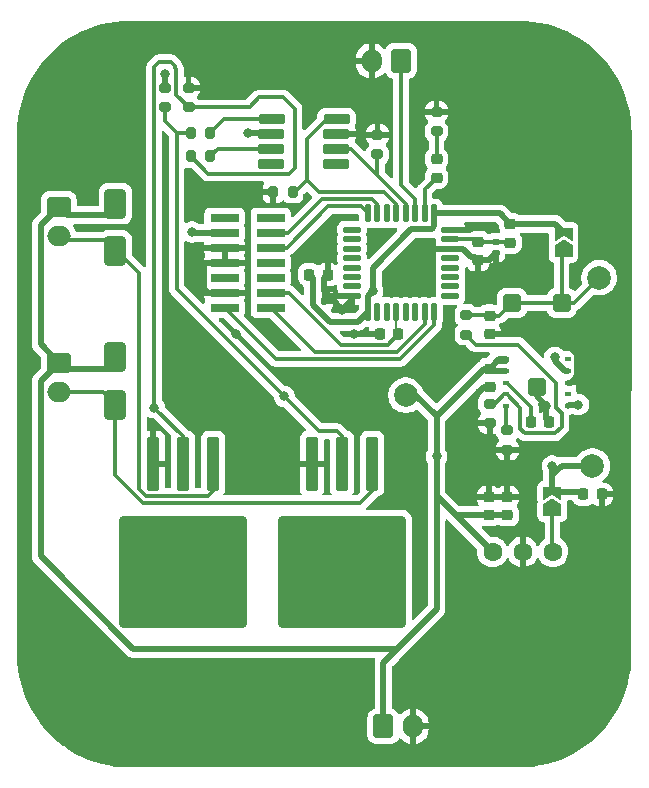
<source format=gbr>
%TF.GenerationSoftware,KiCad,Pcbnew,9.0.4*%
%TF.CreationDate,2025-11-05T17:51:59+01:00*%
%TF.ProjectId,FliperKAd,466c6970-6572-44b4-9164-2e6b69636164,rev?*%
%TF.SameCoordinates,Original*%
%TF.FileFunction,Copper,L1,Top*%
%TF.FilePolarity,Positive*%
%FSLAX46Y46*%
G04 Gerber Fmt 4.6, Leading zero omitted, Abs format (unit mm)*
G04 Created by KiCad (PCBNEW 9.0.4) date 2025-11-05 17:51:59*
%MOMM*%
%LPD*%
G01*
G04 APERTURE LIST*
G04 Aperture macros list*
%AMRoundRect*
0 Rectangle with rounded corners*
0 $1 Rounding radius*
0 $2 $3 $4 $5 $6 $7 $8 $9 X,Y pos of 4 corners*
0 Add a 4 corners polygon primitive as box body*
4,1,4,$2,$3,$4,$5,$6,$7,$8,$9,$2,$3,0*
0 Add four circle primitives for the rounded corners*
1,1,$1+$1,$2,$3*
1,1,$1+$1,$4,$5*
1,1,$1+$1,$6,$7*
1,1,$1+$1,$8,$9*
0 Add four rect primitives between the rounded corners*
20,1,$1+$1,$2,$3,$4,$5,0*
20,1,$1+$1,$4,$5,$6,$7,0*
20,1,$1+$1,$6,$7,$8,$9,0*
20,1,$1+$1,$8,$9,$2,$3,0*%
%AMFreePoly0*
4,1,6,1.000000,0.000000,0.500000,-0.750000,-0.500000,-0.750000,-0.500000,0.750000,0.500000,0.750000,1.000000,0.000000,1.000000,0.000000,$1*%
%AMFreePoly1*
4,1,6,0.500000,-0.750000,-0.650000,-0.750000,-0.150000,0.000000,-0.650000,0.750000,0.500000,0.750000,0.500000,-0.750000,0.500000,-0.750000,$1*%
G04 Aperture macros list end*
%TA.AperFunction,SMDPad,CuDef*%
%ADD10RoundRect,0.250000X-0.300000X2.050000X-0.300000X-2.050000X0.300000X-2.050000X0.300000X2.050000X0*%
%TD*%
%TA.AperFunction,SMDPad,CuDef*%
%ADD11RoundRect,0.250002X-5.149998X4.449998X-5.149998X-4.449998X5.149998X-4.449998X5.149998X4.449998X0*%
%TD*%
%TA.AperFunction,SMDPad,CuDef*%
%ADD12RoundRect,0.200000X0.275000X-0.200000X0.275000X0.200000X-0.275000X0.200000X-0.275000X-0.200000X0*%
%TD*%
%TA.AperFunction,SMDPad,CuDef*%
%ADD13RoundRect,0.225000X-0.250000X0.225000X-0.250000X-0.225000X0.250000X-0.225000X0.250000X0.225000X0*%
%TD*%
%TA.AperFunction,SMDPad,CuDef*%
%ADD14RoundRect,0.140000X-0.140000X-0.170000X0.140000X-0.170000X0.140000X0.170000X-0.140000X0.170000X0*%
%TD*%
%TA.AperFunction,ComponentPad*%
%ADD15C,0.800000*%
%TD*%
%TA.AperFunction,ComponentPad*%
%ADD16C,6.400000*%
%TD*%
%TA.AperFunction,SMDPad,CuDef*%
%ADD17RoundRect,0.225000X0.250000X-0.225000X0.250000X0.225000X-0.250000X0.225000X-0.250000X-0.225000X0*%
%TD*%
%TA.AperFunction,ComponentPad*%
%ADD18RoundRect,0.250000X-0.600000X-0.750000X0.600000X-0.750000X0.600000X0.750000X-0.600000X0.750000X0*%
%TD*%
%TA.AperFunction,ComponentPad*%
%ADD19O,1.700000X2.000000*%
%TD*%
%TA.AperFunction,SMDPad,CuDef*%
%ADD20RoundRect,0.218750X-0.256250X0.218750X-0.256250X-0.218750X0.256250X-0.218750X0.256250X0.218750X0*%
%TD*%
%TA.AperFunction,SMDPad,CuDef*%
%ADD21RoundRect,0.225000X-0.225000X-0.250000X0.225000X-0.250000X0.225000X0.250000X-0.225000X0.250000X0*%
%TD*%
%TA.AperFunction,SMDPad,CuDef*%
%ADD22RoundRect,0.200000X-0.275000X0.200000X-0.275000X-0.200000X0.275000X-0.200000X0.275000X0.200000X0*%
%TD*%
%TA.AperFunction,SMDPad,CuDef*%
%ADD23C,2.000000*%
%TD*%
%TA.AperFunction,ComponentPad*%
%ADD24RoundRect,0.250000X-0.750000X0.600000X-0.750000X-0.600000X0.750000X-0.600000X0.750000X0.600000X0*%
%TD*%
%TA.AperFunction,ComponentPad*%
%ADD25O,2.000000X1.700000*%
%TD*%
%TA.AperFunction,SMDPad,CuDef*%
%ADD26RoundRect,0.250000X-0.650000X1.000000X-0.650000X-1.000000X0.650000X-1.000000X0.650000X1.000000X0*%
%TD*%
%TA.AperFunction,SMDPad,CuDef*%
%ADD27FreePoly0,90.000000*%
%TD*%
%TA.AperFunction,SMDPad,CuDef*%
%ADD28FreePoly1,90.000000*%
%TD*%
%TA.AperFunction,SMDPad,CuDef*%
%ADD29RoundRect,0.200000X0.200000X0.275000X-0.200000X0.275000X-0.200000X-0.275000X0.200000X-0.275000X0*%
%TD*%
%TA.AperFunction,SMDPad,CuDef*%
%ADD30RoundRect,0.140000X-0.170000X0.140000X-0.170000X-0.140000X0.170000X-0.140000X0.170000X0.140000X0*%
%TD*%
%TA.AperFunction,SMDPad,CuDef*%
%ADD31RoundRect,0.218750X0.256250X-0.218750X0.256250X0.218750X-0.256250X0.218750X-0.256250X-0.218750X0*%
%TD*%
%TA.AperFunction,SMDPad,CuDef*%
%ADD32R,2.400000X0.740000*%
%TD*%
%TA.AperFunction,ComponentPad*%
%ADD33RoundRect,0.800000X0.000010X0.000010X-0.000010X0.000010X-0.000010X-0.000010X0.000010X-0.000010X0*%
%TD*%
%TA.AperFunction,SMDPad,CuDef*%
%ADD34RoundRect,0.125000X0.125000X-0.625000X0.125000X0.625000X-0.125000X0.625000X-0.125000X-0.625000X0*%
%TD*%
%TA.AperFunction,SMDPad,CuDef*%
%ADD35RoundRect,0.125000X0.625000X-0.125000X0.625000X0.125000X-0.625000X0.125000X-0.625000X-0.125000X0*%
%TD*%
%TA.AperFunction,SMDPad,CuDef*%
%ADD36RoundRect,0.117000X1.023000X-0.273000X1.023000X0.273000X-1.023000X0.273000X-1.023000X-0.273000X0*%
%TD*%
%TA.AperFunction,SMDPad,CuDef*%
%ADD37RoundRect,0.200000X-0.200000X-0.275000X0.200000X-0.275000X0.200000X0.275000X-0.200000X0.275000X0*%
%TD*%
%TA.AperFunction,ComponentPad*%
%ADD38RoundRect,0.250000X0.600000X0.750000X-0.600000X0.750000X-0.600000X-0.750000X0.600000X-0.750000X0*%
%TD*%
%TA.AperFunction,SMDPad,CuDef*%
%ADD39RoundRect,0.060000X0.190000X-0.140000X0.190000X0.140000X-0.190000X0.140000X-0.190000X-0.140000X0*%
%TD*%
%TA.AperFunction,SMDPad,CuDef*%
%ADD40RoundRect,0.225000X0.525000X-0.525000X0.525000X0.525000X-0.525000X0.525000X-0.525000X-0.525000X0*%
%TD*%
%TA.AperFunction,SMDPad,CuDef*%
%ADD41RoundRect,0.225000X0.225000X0.250000X-0.225000X0.250000X-0.225000X-0.250000X0.225000X-0.250000X0*%
%TD*%
%TA.AperFunction,ViaPad*%
%ADD42C,0.800000*%
%TD*%
%TA.AperFunction,Conductor*%
%ADD43C,0.500000*%
%TD*%
%TA.AperFunction,Conductor*%
%ADD44C,0.300000*%
%TD*%
%TA.AperFunction,Conductor*%
%ADD45C,0.200000*%
%TD*%
G04 APERTURE END LIST*
D10*
%TO.P,Q2,1,D*%
%TO.N,Sortie-Sol\u00E9noideB*%
X207540000Y-97000000D03*
%TO.P,Q2,2,G*%
%TO.N,Net-(Q2-G)*%
X205000000Y-97000000D03*
D11*
X205000000Y-106150000D03*
D10*
%TO.P,Q2,3,S*%
%TO.N,GND*%
X202460000Y-97000000D03*
%TD*%
%TO.P,Q1,1,D*%
%TO.N,Sortie-Sol\u00E9noideA*%
X194080000Y-97000000D03*
%TO.P,Q1,2,G*%
%TO.N,Net-(Q1-G)*%
X191540000Y-97000000D03*
D11*
X191540000Y-106150000D03*
D10*
%TO.P,Q1,3,S*%
%TO.N,GND*%
X189000000Y-97000000D03*
%TD*%
D12*
%TO.P,R8,1*%
%TO.N,Com-SolA*%
X208000000Y-70825000D03*
%TO.P,R8,2*%
%TO.N,GND*%
X208000000Y-69175000D03*
%TD*%
D13*
%TO.P,C2,1*%
%TO.N,+24V*%
X217500000Y-88975000D03*
%TO.P,C2,2*%
%TO.N,GND*%
X217500000Y-90525000D03*
%TD*%
%TO.P,C6,1*%
%TO.N,+3.3VA*%
X216500000Y-78225000D03*
%TO.P,C6,2*%
%TO.N,GND*%
X216500000Y-79775000D03*
%TD*%
D14*
%TO.P,C10,1*%
%TO.N,+3.3V*%
X202520000Y-83250000D03*
%TO.P,C10,2*%
%TO.N,GND*%
X203480000Y-83250000D03*
%TD*%
D15*
%TO.P,H1,1,1*%
%TO.N,GND*%
X182600000Y-66900000D03*
X183302944Y-65202944D03*
X183302944Y-68597056D03*
X185000000Y-64500000D03*
D16*
X185000000Y-66900000D03*
D15*
X185000000Y-69300000D03*
X186697056Y-65202944D03*
X186697056Y-68597056D03*
X187400000Y-66900000D03*
%TD*%
D13*
%TO.P,C4,1*%
%TO.N,/Test 3.3*%
X217500000Y-84475000D03*
%TO.P,C4,2*%
%TO.N,GND*%
X217500000Y-86025000D03*
%TD*%
D17*
%TO.P,C12,1*%
%TO.N,+24V*%
X219000000Y-101375000D03*
%TO.P,C12,2*%
%TO.N,GND*%
X219000000Y-99825000D03*
%TD*%
D18*
%TO.P,J5,1,Pin_1*%
%TO.N,+24V*%
X208500000Y-119250000D03*
D19*
%TO.P,J5,2,Pin_2*%
%TO.N,GND*%
X211000000Y-119250000D03*
%TD*%
D12*
%TO.P,R1,1*%
%TO.N,/LED_Stat*%
X213000000Y-68862500D03*
%TO.P,R1,2*%
%TO.N,GND*%
X213000000Y-67212500D03*
%TD*%
D20*
%TO.P,D1,1,K*%
%TO.N,/LED_Stat*%
X213000000Y-71212500D03*
%TO.P,D1,2,A*%
%TO.N,LED_Status*%
X213000000Y-72787500D03*
%TD*%
D21*
%TO.P,C3,1*%
%TO.N,Net-(U3-VCC)*%
X221000000Y-93500000D03*
%TO.P,C3,2*%
%TO.N,GND*%
X222550000Y-93500000D03*
%TD*%
D22*
%TO.P,R3,1*%
%TO.N,Net-(U3-FB)*%
X217500000Y-91925000D03*
%TO.P,R3,2*%
%TO.N,GND*%
X217500000Y-93575000D03*
%TD*%
D23*
%TO.P,TP2,1,1*%
%TO.N,/Test 3.3*%
X226770000Y-81260000D03*
%TD*%
D15*
%TO.P,H2,1,1*%
%TO.N,GND*%
X218600000Y-66900000D03*
X219302944Y-65202944D03*
X219302944Y-68597056D03*
X221000000Y-64500000D03*
D16*
X221000000Y-66900000D03*
D15*
X221000000Y-69300000D03*
X222697056Y-65202944D03*
X222697056Y-68597056D03*
X223400000Y-66900000D03*
%TD*%
D24*
%TO.P,J3,1,Pin_1*%
%TO.N,+24V*%
X181025000Y-75250000D03*
D25*
%TO.P,J3,2,Pin_2*%
%TO.N,Sortie-Sol\u00E9noideA*%
X181025000Y-77750000D03*
%TD*%
D26*
%TO.P,D3,1,K*%
%TO.N,+24V*%
X185800000Y-88000000D03*
%TO.P,D3,2,A*%
%TO.N,Sortie-Sol\u00E9noideB*%
X185800000Y-92000000D03*
%TD*%
D27*
%TO.P,JP2,1,A*%
%TO.N,/12test*%
X222800000Y-100925000D03*
D28*
%TO.P,JP2,2,B*%
%TO.N,+12V*%
X222800000Y-99475000D03*
%TD*%
D27*
%TO.P,JP1,1,A*%
%TO.N,/Test 3.3*%
X223750000Y-78975000D03*
D28*
%TO.P,JP1,2,B*%
%TO.N,+3.3V*%
X223750000Y-77525000D03*
%TD*%
D17*
%TO.P,C5,1*%
%TO.N,+24V*%
X217400000Y-101375000D03*
%TO.P,C5,2*%
%TO.N,GND*%
X217400000Y-99825000D03*
%TD*%
D29*
%TO.P,R7,1*%
%TO.N,Com-SolB*%
X200825000Y-74000000D03*
%TO.P,R7,2*%
%TO.N,GND*%
X199175000Y-74000000D03*
%TD*%
D30*
%TO.P,C8,1*%
%TO.N,+3.3VA*%
X218000000Y-78250000D03*
%TO.P,C8,2*%
%TO.N,GND*%
X218000000Y-79210000D03*
%TD*%
D31*
%TO.P,L2,1*%
%TO.N,+3.3VA*%
X219250000Y-78287500D03*
%TO.P,L2,2*%
%TO.N,+3.3V*%
X219250000Y-76712500D03*
%TD*%
D15*
%TO.P,H3,1,1*%
%TO.N,GND*%
X218600000Y-116250000D03*
X219302944Y-114552944D03*
X219302944Y-117947056D03*
X221000000Y-113850000D03*
D16*
X221000000Y-116250000D03*
D15*
X221000000Y-118650000D03*
X222697056Y-114552944D03*
X222697056Y-117947056D03*
X223400000Y-116250000D03*
%TD*%
D12*
%TO.P,R12,1*%
%TO.N,Net-(Q2-G)*%
X190000000Y-66825000D03*
%TO.P,R12,2*%
%TO.N,GND*%
X190000000Y-65175000D03*
%TD*%
D23*
%TO.P,TP3,1,1*%
%TO.N,+12V*%
X226200000Y-97200000D03*
%TD*%
D21*
%TO.P,C1,1*%
%TO.N,+12V*%
X225425000Y-99600000D03*
%TO.P,C1,2*%
%TO.N,GND*%
X226975000Y-99600000D03*
%TD*%
D32*
%TO.P,J2,1,NC*%
%TO.N,unconnected-(J2-NC-Pad1)*%
X195050000Y-76190000D03*
%TO.P,J2,2,NC*%
%TO.N,unconnected-(J2-NC-Pad2)*%
X198950000Y-76190000D03*
%TO.P,J2,3,VCC*%
%TO.N,+3.3V*%
X195050000Y-77460000D03*
%TO.P,J2,4,JTMS/SWDIO*%
%TO.N,SYS_SWDIO*%
X198950000Y-77460000D03*
%TO.P,J2,5,GND*%
%TO.N,GND*%
X195050000Y-78730000D03*
%TO.P,J2,6,JCLK/SWCLK*%
%TO.N,SYS_SWCLK*%
X198950000Y-78730000D03*
%TO.P,J2,7,GND*%
%TO.N,GND*%
X195050000Y-80000000D03*
%TO.P,J2,8,JTDO/SWO*%
%TO.N,unconnected-(J2-JTDO{slash}SWO-Pad8)*%
X198950000Y-80000000D03*
%TO.P,J2,9,JRCLK/NC*%
%TO.N,unconnected-(J2-JRCLK{slash}NC-Pad9)*%
X195050000Y-81270000D03*
%TO.P,J2,10,JTDI/NC*%
%TO.N,unconnected-(J2-JTDI{slash}NC-Pad10)*%
X198950000Y-81270000D03*
%TO.P,J2,11,GNDDetect*%
%TO.N,GND*%
X195050000Y-82540000D03*
%TO.P,J2,12,~{RST}*%
%TO.N,NRST*%
X198950000Y-82540000D03*
%TO.P,J2,13,VCP_RX*%
%TO.N,USART2_RX*%
X195050000Y-83810000D03*
%TO.P,J2,14,VCP_TX*%
%TO.N,USART2_TX*%
X198950000Y-83810000D03*
%TD*%
D33*
%TO.P,U5,1,Vin*%
%TO.N,+24V*%
X217750000Y-104480000D03*
%TO.P,U5,2,Gnd*%
%TO.N,GND*%
X220295000Y-104470000D03*
%TO.P,U5,3,Vout*%
%TO.N,/12test*%
X222850000Y-104470000D03*
%TD*%
D15*
%TO.P,H4,1,1*%
%TO.N,GND*%
X182600000Y-116250000D03*
X183302944Y-114552944D03*
X183302944Y-117947056D03*
X185000000Y-113850000D03*
D16*
X185000000Y-116250000D03*
D15*
X185000000Y-118650000D03*
X186697056Y-114552944D03*
X186697056Y-117947056D03*
X187400000Y-116250000D03*
%TD*%
D34*
%TO.P,U1,1,VDD*%
%TO.N,+3.3V*%
X207200000Y-84175000D03*
%TO.P,U1,2,PF0*%
%TO.N,unconnected-(U1-PF0-Pad2)*%
X208000000Y-84175000D03*
%TO.P,U1,3,PF1*%
%TO.N,unconnected-(U1-PF1-Pad3)*%
X208800000Y-84175000D03*
%TO.P,U1,4,PG10*%
%TO.N,NRST*%
X209600000Y-84175000D03*
%TO.P,U1,5,PA0*%
%TO.N,unconnected-(U1-PA0-Pad5)*%
X210400000Y-84175000D03*
%TO.P,U1,6,PA1*%
%TO.N,unconnected-(U1-PA1-Pad6)*%
X211200000Y-84175000D03*
%TO.P,U1,7,PA2*%
%TO.N,USART2_TX*%
X212000000Y-84175000D03*
%TO.P,U1,8,PA3*%
%TO.N,USART2_RX*%
X212800000Y-84175000D03*
D35*
%TO.P,U1,9,PA4*%
%TO.N,unconnected-(U1-PA4-Pad9)*%
X214175000Y-82800000D03*
%TO.P,U1,10,PA5*%
%TO.N,unconnected-(U1-PA5-Pad10)*%
X214175000Y-82000000D03*
%TO.P,U1,11,PA6*%
%TO.N,unconnected-(U1-PA6-Pad11)*%
X214175000Y-81200000D03*
%TO.P,U1,12,PA7*%
%TO.N,unconnected-(U1-PA7-Pad12)*%
X214175000Y-80400000D03*
%TO.P,U1,13,PB0*%
%TO.N,unconnected-(U1-PB0-Pad13)*%
X214175000Y-79600000D03*
%TO.P,U1,14,VSSA*%
%TO.N,GND*%
X214175000Y-78800000D03*
%TO.P,U1,15,VDDA*%
%TO.N,+3.3VA*%
X214175000Y-78000000D03*
%TO.P,U1,16,VSS*%
%TO.N,GND*%
X214175000Y-77200000D03*
D34*
%TO.P,U1,17,VDD*%
%TO.N,+3.3V*%
X212800000Y-75825000D03*
%TO.P,U1,18,PA8*%
%TO.N,LED_Status*%
X212000000Y-75825000D03*
%TO.P,U1,19,PA9*%
%TO.N,Bouton_Actif*%
X211200000Y-75825000D03*
%TO.P,U1,20,PA10*%
%TO.N,Com-SolA*%
X210400000Y-75825000D03*
%TO.P,U1,21,PA11*%
%TO.N,Com-SolB*%
X209600000Y-75825000D03*
%TO.P,U1,22,PA12*%
%TO.N,unconnected-(U1-PA12-Pad22)*%
X208800000Y-75825000D03*
%TO.P,U1,23,PA13*%
%TO.N,SYS_SWDIO*%
X208000000Y-75825000D03*
%TO.P,U1,24,PA14*%
%TO.N,SYS_SWCLK*%
X207200000Y-75825000D03*
D35*
%TO.P,U1,25,PA15*%
%TO.N,unconnected-(U1-PA15-Pad25)*%
X205825000Y-77200000D03*
%TO.P,U1,26,PB3*%
%TO.N,unconnected-(U1-PB3-Pad26)*%
X205825000Y-78000000D03*
%TO.P,U1,27,PB4*%
%TO.N,unconnected-(U1-PB4-Pad27)*%
X205825000Y-78800000D03*
%TO.P,U1,28,PB5*%
%TO.N,unconnected-(U1-PB5-Pad28)*%
X205825000Y-79600000D03*
%TO.P,U1,29,PB6*%
%TO.N,unconnected-(U1-PB6-Pad29)*%
X205825000Y-80400000D03*
%TO.P,U1,30,PB7*%
%TO.N,unconnected-(U1-PB7-Pad30)*%
X205825000Y-81200000D03*
%TO.P,U1,31,PB8*%
%TO.N,unconnected-(U1-PB8-Pad31)*%
X205825000Y-82000000D03*
%TO.P,U1,32,VSS*%
%TO.N,GND*%
X205825000Y-82800000D03*
%TD*%
D21*
%TO.P,C7,1*%
%TO.N,+3.3V*%
X202225000Y-81000000D03*
%TO.P,C7,2*%
%TO.N,GND*%
X203775000Y-81000000D03*
%TD*%
D14*
%TO.P,C9,1*%
%TO.N,+3.3V*%
X202520000Y-82250000D03*
%TO.P,C9,2*%
%TO.N,GND*%
X203480000Y-82250000D03*
%TD*%
D36*
%TO.P,U4,1,NC*%
%TO.N,unconnected-(U4-NC-Pad1)*%
X204490000Y-71620000D03*
%TO.P,U4,2,INA*%
%TO.N,Com-SolA*%
X204500000Y-70350000D03*
%TO.P,U4,3,GND*%
%TO.N,GND*%
X204520000Y-69080000D03*
%TO.P,U4,4,INB*%
%TO.N,Com-SolB*%
X204530000Y-67810000D03*
%TO.P,U4,5,OUTB*%
%TO.N,Com-MOSB*%
X199030000Y-67810000D03*
%TO.P,U4,6,Vs*%
%TO.N,+12V*%
X199020000Y-69080000D03*
%TO.P,U4,7,OUTA*%
%TO.N,Com-MOSA*%
X199000000Y-70350000D03*
%TO.P,U4,8,NC*%
%TO.N,unconnected-(U4-NC-Pad8)*%
X198990000Y-71620000D03*
%TD*%
D37*
%TO.P,R10,1*%
%TO.N,Net-(Q1-G)*%
X192175000Y-71000000D03*
%TO.P,R10,2*%
%TO.N,Com-MOSA*%
X193825000Y-71000000D03*
%TD*%
D38*
%TO.P,J1,1,Pin_1*%
%TO.N,Bouton_Actif*%
X210000000Y-62900000D03*
D19*
%TO.P,J1,2,Pin_2*%
%TO.N,GND*%
X207500000Y-62900000D03*
%TD*%
D24*
%TO.P,J4,1,Pin_1*%
%TO.N,+24V*%
X181025000Y-88450000D03*
D25*
%TO.P,J4,2,Pin_2*%
%TO.N,Sortie-Sol\u00E9noideB*%
X181025000Y-90950000D03*
%TD*%
D22*
%TO.P,R5,1*%
%TO.N,Net-(U3-FSW)*%
X219000000Y-94175000D03*
%TO.P,R5,2*%
%TO.N,GND*%
X219000000Y-95825000D03*
%TD*%
D39*
%TO.P,U3,1,FSW*%
%TO.N,Net-(U3-FSW)*%
X218900000Y-92150000D03*
%TO.P,U3,2,FB*%
%TO.N,Net-(U3-FB)*%
X218900000Y-91150000D03*
%TO.P,U3,3,VCC*%
%TO.N,Net-(U3-VCC)*%
X218900000Y-90150000D03*
%TO.P,U3,4,Vin*%
%TO.N,+24V*%
X218900000Y-89150000D03*
%TO.P,U3,5,Vin*%
X218900000Y-88150000D03*
D40*
%TO.P,U3,6,Vout*%
%TO.N,/Test 3.3*%
X219400000Y-83400000D03*
%TO.P,U3,7,Vout*%
X223600000Y-83400000D03*
D39*
%TO.P,U3,8,DNC*%
%TO.N,unconnected-(U3-DNC-Pad8)*%
X224100000Y-88150000D03*
%TO.P,U3,9,Vin*%
%TO.N,+24V*%
X224100000Y-89150000D03*
%TO.P,U3,10,AGND*%
%TO.N,GND*%
X224100000Y-90150000D03*
%TO.P,U3,11,PG*%
%TO.N,unconnected-(U3-PG-Pad11)*%
X224100000Y-91150000D03*
%TO.P,U3,12,EN*%
%TO.N,+24V*%
X224100000Y-92150000D03*
D40*
%TO.P,U3,13,PGND*%
%TO.N,GND*%
X221500000Y-90550000D03*
%TD*%
D26*
%TO.P,D2,1,K*%
%TO.N,+24V*%
X185800000Y-75000000D03*
%TO.P,D2,2,A*%
%TO.N,Sortie-Sol\u00E9noideA*%
X185800000Y-79000000D03*
%TD*%
D23*
%TO.P,TP1,1,1*%
%TO.N,+24V*%
X210400000Y-91200000D03*
%TD*%
D12*
%TO.P,R9,1*%
%TO.N,Net-(Q1-G)*%
X192000000Y-66825000D03*
%TO.P,R9,2*%
%TO.N,GND*%
X192000000Y-65175000D03*
%TD*%
D22*
%TO.P,R4,1*%
%TO.N,/Test 3.3*%
X215500000Y-84425000D03*
%TO.P,R4,2*%
%TO.N,Net-(U3-FB)*%
X215500000Y-86075000D03*
%TD*%
D41*
%TO.P,C11,1*%
%TO.N,NRST*%
X209775000Y-86000000D03*
%TO.P,C11,2*%
%TO.N,GND*%
X208225000Y-86000000D03*
%TD*%
D37*
%TO.P,R11,1*%
%TO.N,Net-(Q2-G)*%
X192175000Y-69000000D03*
%TO.P,R11,2*%
%TO.N,Com-MOSB*%
X193825000Y-69000000D03*
%TD*%
D42*
%TO.N,Net-(Q2-G)*%
X205100000Y-106100000D03*
%TO.N,Net-(Q1-G)*%
X192000000Y-105400000D03*
%TO.N,Net-(Q2-G)*%
X200098252Y-91301748D03*
%TO.N,Net-(Q1-G)*%
X189120000Y-92280000D03*
%TO.N,+24V*%
X225000000Y-92000000D03*
X223000000Y-88000000D03*
X213000000Y-96400000D03*
%TO.N,GND*%
X221780000Y-86025000D03*
X227000000Y-85000000D03*
X210600000Y-96400000D03*
X196000000Y-86000000D03*
X199000000Y-86000000D03*
X227000000Y-91000000D03*
X202200000Y-78400000D03*
X227000000Y-65000000D03*
X190000000Y-64000000D03*
X210000000Y-79900000D03*
X213000000Y-114000000D03*
X223000000Y-72000000D03*
X218100000Y-81400000D03*
X227000000Y-114000000D03*
X189000000Y-93800000D03*
X203000000Y-61000000D03*
X227000000Y-69000000D03*
X227000000Y-88000000D03*
X215000000Y-61000000D03*
X202000000Y-120000000D03*
X205000000Y-84000000D03*
X222300000Y-92100000D03*
X196000000Y-74000000D03*
X227000000Y-72000000D03*
X203000000Y-64000000D03*
X219000000Y-72000000D03*
X227000000Y-111000000D03*
X192000000Y-86000000D03*
X216000000Y-77000000D03*
X216000000Y-112000000D03*
X207800000Y-77800000D03*
X227000000Y-118000000D03*
X223000000Y-61000000D03*
X216000000Y-96000000D03*
X206000000Y-86000000D03*
X216000000Y-119000000D03*
X227000000Y-76000000D03*
X219000000Y-61000000D03*
X215000000Y-72000000D03*
X216000000Y-116000000D03*
X215000000Y-69000000D03*
X192000000Y-81000000D03*
X198000000Y-121000000D03*
X215000000Y-65000000D03*
%TO.N,+3.3V*%
X192300000Y-77400000D03*
X207600000Y-82400000D03*
%TO.N,+12V*%
X222800000Y-97200000D03*
X197000000Y-69000000D03*
%TD*%
D43*
%TO.N,GND*%
X217425000Y-97425000D02*
X216825000Y-96825000D01*
X217400000Y-99825000D02*
X217425000Y-99800000D01*
X217425000Y-99800000D02*
X217425000Y-97425000D01*
X219000000Y-99825000D02*
X217400000Y-99825000D01*
%TO.N,+24V*%
X217400000Y-101375000D02*
X219000000Y-101375000D01*
D44*
%TO.N,Net-(Q2-G)*%
X205100000Y-106100000D02*
X205050000Y-106100000D01*
X205050000Y-106100000D02*
X205000000Y-106150000D01*
%TO.N,Net-(Q1-G)*%
X192000000Y-105690000D02*
X191540000Y-106150000D01*
X192000000Y-105400000D02*
X192000000Y-105690000D01*
%TO.N,Net-(Q2-G)*%
X200098252Y-91301748D02*
X203045504Y-94249000D01*
%TO.N,Net-(Q1-G)*%
X189120000Y-92280000D02*
X191540000Y-94700000D01*
D43*
%TO.N,+24V*%
X209675000Y-112675000D02*
X210725000Y-111625000D01*
X225000000Y-92000000D02*
X224250000Y-92000000D01*
X181725000Y-75950000D02*
X181025000Y-75250000D01*
X185800000Y-75000000D02*
X185800000Y-75150000D01*
X213000000Y-101000000D02*
X213000000Y-109350000D01*
X213000000Y-96400000D02*
X213000000Y-98800000D01*
X185000000Y-75950000D02*
X181725000Y-75950000D01*
X217750000Y-104480000D02*
X214035000Y-100765000D01*
X211200000Y-91200000D02*
X213000000Y-93000000D01*
X214035000Y-100765000D02*
X213000000Y-99730000D01*
X208500000Y-113850000D02*
X209675000Y-112675000D01*
X179474000Y-86899000D02*
X179474000Y-76801000D01*
X181025000Y-88450000D02*
X179474000Y-90001000D01*
X218325000Y-88150000D02*
X217500000Y-88975000D01*
X223000000Y-88299999D02*
X223850001Y-89150000D01*
X213000000Y-109350000D02*
X210725000Y-111625000D01*
X181025000Y-88450000D02*
X179474000Y-86899000D01*
X213000000Y-98800000D02*
X213000000Y-101000000D01*
X218050000Y-88300000D02*
X218900000Y-88300000D01*
X187325288Y-112675000D02*
X209675000Y-112675000D01*
X217675000Y-89150000D02*
X217500000Y-88975000D01*
X218900000Y-89150000D02*
X217675000Y-89150000D01*
X179474000Y-90001000D02*
X179474000Y-104823712D01*
X179474000Y-76801000D02*
X181025000Y-75250000D01*
X217500000Y-88975000D02*
X217025000Y-88975000D01*
X213000000Y-93000000D02*
X213000000Y-96400000D01*
X223850001Y-89150000D02*
X224100000Y-89150000D01*
X223000000Y-88000000D02*
X223000000Y-88299999D01*
X179474000Y-104823712D02*
X187325288Y-112675000D01*
X208500000Y-119250000D02*
X208500000Y-113850000D01*
X181525000Y-88950000D02*
X181025000Y-88450000D01*
X185800000Y-75150000D02*
X185000000Y-75950000D01*
X218900000Y-88150000D02*
X218325000Y-88150000D01*
X185000000Y-88950000D02*
X181525000Y-88950000D01*
X210400000Y-91200000D02*
X211200000Y-91200000D01*
X217400000Y-101375000D02*
X214645000Y-101375000D01*
X224250000Y-92000000D02*
X224100000Y-92150000D01*
X214645000Y-101375000D02*
X214035000Y-100765000D01*
X217025000Y-88975000D02*
X213000000Y-93000000D01*
X213000000Y-99730000D02*
X213000000Y-98800000D01*
%TO.N,GND*%
X203480000Y-82350000D02*
X203930000Y-82800000D01*
X216000000Y-94000000D02*
X216000000Y-96000000D01*
X205825000Y-82800000D02*
X205825000Y-83175000D01*
X202200000Y-78400000D02*
X203000000Y-79200000D01*
X215200000Y-78800000D02*
X215900000Y-79500000D01*
X193299000Y-82191000D02*
X193299000Y-80051000D01*
X214175000Y-77200000D02*
X215800000Y-77200000D01*
X206000000Y-86000000D02*
X208225000Y-86000000D01*
X216425000Y-93575000D02*
X216000000Y-94000000D01*
X218000000Y-81300000D02*
X218100000Y-81400000D01*
X217435000Y-79775000D02*
X218000000Y-79210000D01*
X212800000Y-78800000D02*
X212760000Y-78840000D01*
X221500000Y-91300000D02*
X222300000Y-92100000D01*
X214175000Y-78800000D02*
X215200000Y-78800000D01*
X218000000Y-79210000D02*
X218000000Y-81300000D01*
X216000000Y-91550000D02*
X216000000Y-94000000D01*
X203100000Y-79200000D02*
X203775000Y-79875000D01*
X217025000Y-90525000D02*
X216000000Y-91550000D01*
X193350000Y-80000000D02*
X195050000Y-80000000D01*
X195050000Y-82540000D02*
X193648000Y-82540000D01*
X203480000Y-82250000D02*
X203480000Y-82350000D01*
X221500000Y-90550000D02*
X221500000Y-91300000D01*
X216825000Y-96825000D02*
X216000000Y-96000000D01*
X222550000Y-93500000D02*
X222300000Y-93250000D01*
X224349999Y-90150000D02*
X224100000Y-90150000D01*
X223170746Y-86025000D02*
X224901000Y-87755254D01*
X221780000Y-86025000D02*
X223170746Y-86025000D01*
X205825000Y-83175000D02*
X205000000Y-84000000D01*
X205825000Y-82800000D02*
X203930000Y-82800000D01*
X203000000Y-79200000D02*
X203100000Y-79200000D01*
X217500000Y-93575000D02*
X216425000Y-93575000D01*
X217500000Y-90525000D02*
X217025000Y-90525000D01*
X216500000Y-79775000D02*
X217435000Y-79775000D01*
X222300000Y-93250000D02*
X222300000Y-92100000D01*
X224901000Y-87755254D02*
X224901000Y-89598999D01*
D45*
X194220000Y-80000000D02*
X195050000Y-80000000D01*
D43*
X193299000Y-80051000D02*
X193350000Y-80000000D01*
X224901000Y-89598999D02*
X224349999Y-90150000D01*
X214175000Y-78800000D02*
X212800000Y-78800000D01*
X216225000Y-79500000D02*
X216500000Y-79775000D01*
X215900000Y-79500000D02*
X216225000Y-79500000D01*
X203930000Y-82800000D02*
X203480000Y-83250000D01*
X215800000Y-77200000D02*
X216000000Y-77000000D01*
X195050000Y-78730000D02*
X195050000Y-80000000D01*
X217500000Y-86025000D02*
X221780000Y-86025000D01*
X190000000Y-64000000D02*
X190000000Y-65175000D01*
X203480000Y-82250000D02*
X203480000Y-81295000D01*
X193648000Y-82540000D02*
X193299000Y-82191000D01*
X203775000Y-79875000D02*
X203775000Y-81000000D01*
X203480000Y-81295000D02*
X203775000Y-81000000D01*
D44*
%TO.N,Net-(U3-VCC)*%
X218900000Y-90150000D02*
X218954326Y-90150000D01*
X218954326Y-90150000D02*
X221000000Y-92195674D01*
X221000000Y-92195674D02*
X221000000Y-93500000D01*
D43*
%TO.N,+3.3V*%
X210874000Y-77126000D02*
X212600000Y-77126000D01*
X207200000Y-84175000D02*
X206375000Y-85000000D01*
X207200000Y-84175000D02*
X207200000Y-82800000D01*
X207200000Y-82800000D02*
X207600000Y-82400000D01*
X202520000Y-83250000D02*
X202520000Y-82250000D01*
X202520000Y-83581102D02*
X202520000Y-83250000D01*
X207600000Y-82400000D02*
X207600000Y-80400000D01*
X195050000Y-77460000D02*
X192360000Y-77460000D01*
X203938898Y-85000000D02*
X202520000Y-83581102D01*
X212600000Y-77126000D02*
X212800000Y-76926000D01*
X206375000Y-85000000D02*
X203938898Y-85000000D01*
X192360000Y-77460000D02*
X192300000Y-77400000D01*
X212800000Y-76926000D02*
X212800000Y-75825000D01*
X202520000Y-81295000D02*
X202225000Y-81000000D01*
X202520000Y-82250000D02*
X202520000Y-81295000D01*
X207600000Y-80400000D02*
X210874000Y-77126000D01*
D45*
X212800000Y-75825000D02*
X212875000Y-75750000D01*
D43*
X223043403Y-76712500D02*
X223750000Y-77419097D01*
X218362500Y-75825000D02*
X212800000Y-75825000D01*
X219250000Y-76712500D02*
X218362500Y-75825000D01*
X219250000Y-76712500D02*
X223043403Y-76712500D01*
D44*
%TO.N,+3.3VA*%
X216275000Y-78000000D02*
X216500000Y-78225000D01*
X217975000Y-78225000D02*
X218000000Y-78250000D01*
X214175000Y-78000000D02*
X216275000Y-78000000D01*
X219212500Y-78250000D02*
X219250000Y-78287500D01*
X218000000Y-78250000D02*
X219212500Y-78250000D01*
X216500000Y-78225000D02*
X217975000Y-78225000D01*
%TO.N,NRST*%
X204873534Y-86926000D02*
X208849000Y-86926000D01*
X200487534Y-82540000D02*
X204873534Y-86926000D01*
D45*
X209600000Y-85825000D02*
X209600000Y-84175000D01*
D44*
X208849000Y-86926000D02*
X209775000Y-86000000D01*
X198950000Y-82540000D02*
X200487534Y-82540000D01*
D45*
X209775000Y-86000000D02*
X209600000Y-85825000D01*
D44*
%TO.N,/LED_Stat*%
X213000000Y-68862500D02*
X213000000Y-71212500D01*
%TO.N,LED_Status*%
X212000000Y-73787500D02*
X212000000Y-75825000D01*
X213000000Y-72787500D02*
X212000000Y-73787500D01*
%TO.N,Bouton_Actif*%
X210000000Y-73430000D02*
X210000000Y-62900000D01*
X211200000Y-75825000D02*
X211200000Y-74630000D01*
X211200000Y-74630000D02*
X210000000Y-73430000D01*
%TO.N,SYS_SWDIO*%
X208000000Y-75825000D02*
X208000000Y-75056950D01*
X207567050Y-74624000D02*
X203286000Y-74624000D01*
X208000000Y-75056950D02*
X207567050Y-74624000D01*
X203286000Y-74624000D02*
X200450000Y-77460000D01*
X200450000Y-77460000D02*
X198950000Y-77460000D01*
D45*
X199780000Y-77460000D02*
X198950000Y-77460000D01*
D44*
%TO.N,SYS_SWCLK*%
X206600000Y-75225000D02*
X207200000Y-75825000D01*
X198950000Y-78730000D02*
X200340000Y-78730000D01*
X203845000Y-75225000D02*
X206600000Y-75225000D01*
X200340000Y-78730000D02*
X203845000Y-75225000D01*
%TO.N,USART2_RX*%
X209910184Y-88152000D02*
X199392000Y-88152000D01*
X212800000Y-84175000D02*
X212800000Y-85262184D01*
X199392000Y-88152000D02*
X195050000Y-83810000D01*
X212800000Y-85262184D02*
X209910184Y-88152000D01*
%TO.N,USART2_TX*%
X202691000Y-87551000D02*
X198950000Y-83810000D01*
X212000000Y-84175000D02*
X212000000Y-85212242D01*
X209661242Y-87551000D02*
X202691000Y-87551000D01*
X212000000Y-85212242D02*
X209661242Y-87551000D01*
%TO.N,Net-(U3-FB)*%
X223061242Y-94426000D02*
X223580000Y-93907242D01*
X218960000Y-91150000D02*
X220099000Y-92289000D01*
X223151000Y-92255326D02*
X223151000Y-90188758D01*
X223580000Y-92684326D02*
X223151000Y-92255326D01*
X220099000Y-92289000D02*
X220099000Y-94036242D01*
X218750000Y-91150000D02*
X218900000Y-91150000D01*
X218900000Y-91150000D02*
X218960000Y-91150000D01*
X220099000Y-94036242D02*
X220488758Y-94426000D01*
X219888242Y-86926000D02*
X216351000Y-86926000D01*
X217500000Y-91925000D02*
X217975000Y-91925000D01*
X217975000Y-91925000D02*
X218750000Y-91150000D01*
X223151000Y-90188758D02*
X219888242Y-86926000D01*
X223580000Y-93907242D02*
X223580000Y-92684326D01*
X220488758Y-94426000D02*
X223061242Y-94426000D01*
X216351000Y-86926000D02*
X215500000Y-86075000D01*
%TO.N,Net-(U3-FSW)*%
X218900000Y-94075000D02*
X219000000Y-94175000D01*
X218900000Y-92150000D02*
X218900000Y-94075000D01*
%TO.N,Sortie-Sol\u00E9noideA*%
X194080000Y-99300000D02*
X193629000Y-99751000D01*
X187800000Y-80850000D02*
X185000000Y-78050000D01*
X194080000Y-97000000D02*
X194080000Y-99300000D01*
X188402708Y-99751000D02*
X187800000Y-99148292D01*
X193629000Y-99751000D02*
X188402708Y-99751000D01*
X181325000Y-78050000D02*
X181025000Y-77750000D01*
X185000000Y-78050000D02*
X181325000Y-78050000D01*
X187800000Y-99148292D02*
X187800000Y-80850000D01*
%TO.N,Sortie-Sol\u00E9noideB*%
X188153766Y-100352000D02*
X206488000Y-100352000D01*
X206488000Y-100352000D02*
X207540000Y-99300000D01*
X181125000Y-91050000D02*
X181025000Y-90950000D01*
X181025000Y-90950000D02*
X184750000Y-90950000D01*
X185800000Y-91850000D02*
X185000000Y-91050000D01*
X185800000Y-92000000D02*
X185800000Y-97998234D01*
X185800000Y-92000000D02*
X185800000Y-91850000D01*
X207540000Y-99300000D02*
X207540000Y-97000000D01*
X185800000Y-97998234D02*
X188153766Y-100352000D01*
X184750000Y-90950000D02*
X185800000Y-92000000D01*
%TO.N,/Test 3.3*%
X217500000Y-84475000D02*
X218325000Y-84475000D01*
X223600000Y-83400000D02*
X223600000Y-79125000D01*
X223600000Y-79125000D02*
X223750000Y-78975000D01*
X224630000Y-83400000D02*
X226770000Y-81260000D01*
X223600000Y-83400000D02*
X224630000Y-83400000D01*
X219400000Y-83400000D02*
X223600000Y-83400000D01*
X217450000Y-84425000D02*
X217500000Y-84475000D01*
X215500000Y-84425000D02*
X217450000Y-84425000D01*
X218325000Y-84475000D02*
X219400000Y-83400000D01*
%TO.N,Net-(Q1-G)*%
X192000000Y-66825000D02*
X190926000Y-65751000D01*
X189074000Y-92234000D02*
X189120000Y-92280000D01*
X190926000Y-65751000D02*
X190926000Y-63562902D01*
X201000000Y-72000000D02*
X201000000Y-67000000D01*
X190926000Y-63562902D02*
X190863098Y-63500000D01*
X197175000Y-66825000D02*
X192000000Y-66825000D01*
X198000000Y-66000000D02*
X197175000Y-66825000D01*
X189500000Y-63000000D02*
X189074000Y-63426000D01*
X191540000Y-94700000D02*
X191540000Y-97000000D01*
X189074000Y-63426000D02*
X189074000Y-92234000D01*
X190863098Y-63363098D02*
X190500000Y-63000000D01*
X193636000Y-72461000D02*
X200539000Y-72461000D01*
X190863098Y-63500000D02*
X190863098Y-63363098D01*
X200539000Y-72461000D02*
X201000000Y-72000000D01*
X200000000Y-66000000D02*
X198000000Y-66000000D01*
X190500000Y-63000000D02*
X189500000Y-63000000D01*
X192175000Y-71000000D02*
X193636000Y-72461000D01*
X201000000Y-67000000D02*
X200000000Y-66000000D01*
%TO.N,Net-(Q2-G)*%
X203045504Y-94249000D02*
X204549000Y-94249000D01*
X205000000Y-94700000D02*
X205000000Y-97000000D01*
X191000000Y-82203496D02*
X200098252Y-91301748D01*
X191000000Y-69000000D02*
X191000000Y-82203496D01*
X190000000Y-68000000D02*
X191000000Y-69000000D01*
X204549000Y-94249000D02*
X205000000Y-94700000D01*
X190000000Y-66825000D02*
X190000000Y-68000000D01*
X191000000Y-69000000D02*
X192175000Y-69000000D01*
D43*
%TO.N,+12V*%
X225194097Y-99369097D02*
X222800000Y-99369097D01*
X222800000Y-98000000D02*
X222800000Y-99369097D01*
X223600000Y-97200000D02*
X222800000Y-98000000D01*
X226200000Y-97200000D02*
X223600000Y-97200000D01*
X198940000Y-69000000D02*
X199020000Y-69080000D01*
X222800000Y-97200000D02*
X222800000Y-98000000D01*
X225425000Y-99600000D02*
X225194097Y-99369097D01*
X197000000Y-69000000D02*
X198940000Y-69000000D01*
D44*
%TO.N,Com-SolB*%
X203687484Y-67810000D02*
X202000000Y-69497484D01*
X208566050Y-74023000D02*
X209600000Y-75056950D01*
X202000000Y-73000000D02*
X203023000Y-74023000D01*
X209600000Y-75056950D02*
X209600000Y-75825000D01*
X204530000Y-67810000D02*
X203687484Y-67810000D01*
X200825000Y-74000000D02*
X201000000Y-74000000D01*
X202000000Y-69497484D02*
X202000000Y-73000000D01*
X201000000Y-74000000D02*
X202000000Y-73000000D01*
X203023000Y-74023000D02*
X208566050Y-74023000D01*
%TO.N,Com-SolA*%
X208196496Y-72803504D02*
X210400000Y-75007008D01*
X208000000Y-72607008D02*
X208196496Y-72803504D01*
X208000000Y-70825000D02*
X208000000Y-72607008D01*
X210400000Y-75007008D02*
X210400000Y-75825000D01*
X204500000Y-70350000D02*
X205742992Y-70350000D01*
X205742992Y-70350000D02*
X208196496Y-72803504D01*
%TO.N,Com-MOSA*%
X194475000Y-70350000D02*
X199000000Y-70350000D01*
X193825000Y-71000000D02*
X194475000Y-70350000D01*
%TO.N,Com-MOSB*%
X193825000Y-69000000D02*
X195015000Y-67810000D01*
X195015000Y-67810000D02*
X199030000Y-67810000D01*
%TO.N,/12test*%
X222800000Y-100925000D02*
X222800000Y-104420000D01*
X222800000Y-104420000D02*
X222850000Y-104470000D01*
%TD*%
%TA.AperFunction,Conductor*%
%TO.N,GND*%
G36*
X214630726Y-83556737D02*
G01*
X214652815Y-83558317D01*
X214663598Y-83566389D01*
X214676520Y-83570184D01*
X214691019Y-83586917D01*
X214708748Y-83600189D01*
X214713455Y-83612809D01*
X214722275Y-83622988D01*
X214725426Y-83644905D01*
X214733165Y-83665653D01*
X214730302Y-83678813D01*
X214732219Y-83692146D01*
X214723019Y-83712289D01*
X214718313Y-83733926D01*
X214705044Y-83751651D01*
X214703194Y-83755702D01*
X214697162Y-83762180D01*
X214669531Y-83789810D01*
X214669530Y-83789811D01*
X214581522Y-83935393D01*
X214530913Y-84097807D01*
X214524500Y-84168386D01*
X214524500Y-84681613D01*
X214530913Y-84752192D01*
X214581522Y-84914606D01*
X214669530Y-85060188D01*
X214771661Y-85162319D01*
X214805146Y-85223642D01*
X214800162Y-85293334D01*
X214771661Y-85337681D01*
X214669531Y-85439810D01*
X214669530Y-85439811D01*
X214581522Y-85585393D01*
X214530913Y-85747807D01*
X214524500Y-85818386D01*
X214524500Y-86331613D01*
X214530913Y-86402192D01*
X214530913Y-86402194D01*
X214530914Y-86402196D01*
X214549396Y-86461508D01*
X214581522Y-86564606D01*
X214669530Y-86710188D01*
X214789811Y-86830469D01*
X214789813Y-86830470D01*
X214789815Y-86830472D01*
X214935394Y-86918478D01*
X215097804Y-86969086D01*
X215168384Y-86975500D01*
X215429192Y-86975500D01*
X215496231Y-86995185D01*
X215516873Y-87011819D01*
X215936325Y-87431272D01*
X215936328Y-87431275D01*
X216021149Y-87487950D01*
X216021148Y-87487950D01*
X216042871Y-87502464D01*
X216042872Y-87502464D01*
X216042873Y-87502465D01*
X216161256Y-87551501D01*
X216161260Y-87551501D01*
X216161261Y-87551502D01*
X216286928Y-87576500D01*
X216286931Y-87576500D01*
X216415069Y-87576500D01*
X217412770Y-87576500D01*
X217479809Y-87596185D01*
X217525564Y-87648989D01*
X217535508Y-87718147D01*
X217513437Y-87772902D01*
X217507560Y-87781072D01*
X217467049Y-87821584D01*
X217384916Y-87944505D01*
X217377988Y-87961228D01*
X217369593Y-87972902D01*
X217352908Y-87985895D01*
X217339635Y-88002364D01*
X217325892Y-88006936D01*
X217314469Y-88015833D01*
X217293406Y-88017744D01*
X217273338Y-88024421D01*
X217268928Y-88024500D01*
X217201663Y-88024500D01*
X217201644Y-88024501D01*
X217102292Y-88034650D01*
X217102289Y-88034651D01*
X216941305Y-88087996D01*
X216941294Y-88088001D01*
X216796959Y-88177029D01*
X216677026Y-88296961D01*
X216675859Y-88298438D01*
X216674215Y-88299954D01*
X216673743Y-88301041D01*
X216647487Y-88324626D01*
X216587373Y-88364794D01*
X216587372Y-88364794D01*
X216546585Y-88392047D01*
X216546581Y-88392050D01*
X213087680Y-91850950D01*
X213026357Y-91884435D01*
X212956665Y-91879451D01*
X212912318Y-91850950D01*
X212403120Y-91341752D01*
X211862245Y-90800877D01*
X211831998Y-90751518D01*
X211790568Y-90624008D01*
X211790568Y-90624007D01*
X211706465Y-90458947D01*
X211683343Y-90413567D01*
X211544517Y-90222490D01*
X211377510Y-90055483D01*
X211186433Y-89916657D01*
X211140257Y-89893129D01*
X210975996Y-89809433D01*
X210751368Y-89736446D01*
X210518097Y-89699500D01*
X210518092Y-89699500D01*
X210281908Y-89699500D01*
X210281903Y-89699500D01*
X210048631Y-89736446D01*
X209824003Y-89809433D01*
X209613566Y-89916657D01*
X209535661Y-89973259D01*
X209422490Y-90055483D01*
X209422488Y-90055485D01*
X209422487Y-90055485D01*
X209255485Y-90222487D01*
X209255485Y-90222488D01*
X209255483Y-90222490D01*
X209215508Y-90277511D01*
X209116657Y-90413566D01*
X209009433Y-90624003D01*
X208936446Y-90848631D01*
X208899500Y-91081902D01*
X208899500Y-91318097D01*
X208936446Y-91551368D01*
X209009433Y-91775996D01*
X209078377Y-91911304D01*
X209116657Y-91986433D01*
X209255483Y-92177510D01*
X209422490Y-92344517D01*
X209613567Y-92483343D01*
X209712991Y-92534002D01*
X209824003Y-92590566D01*
X209824005Y-92590566D01*
X209824008Y-92590568D01*
X209928387Y-92624483D01*
X210048631Y-92663553D01*
X210281903Y-92700500D01*
X210281908Y-92700500D01*
X210518097Y-92700500D01*
X210751368Y-92663553D01*
X210762174Y-92660042D01*
X210975992Y-92590568D01*
X211186433Y-92483343D01*
X211237177Y-92446474D01*
X211302982Y-92422994D01*
X211371036Y-92438819D01*
X211397744Y-92459111D01*
X212213181Y-93274548D01*
X212246666Y-93335871D01*
X212249500Y-93362229D01*
X212249500Y-95864729D01*
X212229815Y-95931768D01*
X212228602Y-95933620D01*
X212201988Y-95973449D01*
X212201987Y-95973452D01*
X212134106Y-96137332D01*
X212134103Y-96137341D01*
X212099500Y-96311304D01*
X212099500Y-96488695D01*
X212134103Y-96662658D01*
X212134106Y-96662667D01*
X212201984Y-96826542D01*
X212201985Y-96826543D01*
X212201987Y-96826547D01*
X212216744Y-96848632D01*
X212228602Y-96866378D01*
X212249480Y-96933055D01*
X212249500Y-96935269D01*
X212249500Y-108987769D01*
X212229815Y-109054808D01*
X212213181Y-109075450D01*
X211112180Y-110176451D01*
X211050857Y-110209936D01*
X210981165Y-110204952D01*
X210925232Y-110163080D01*
X210900815Y-110097616D01*
X210900499Y-110088770D01*
X210900499Y-101650000D01*
X210900498Y-101649983D01*
X210889999Y-101547204D01*
X210889998Y-101547201D01*
X210849505Y-101425002D01*
X210834814Y-101380667D01*
X210742711Y-101231345D01*
X210618655Y-101107289D01*
X210469333Y-101015186D01*
X210302796Y-100960001D01*
X210302794Y-100960000D01*
X210200014Y-100949500D01*
X210200007Y-100949500D01*
X207109809Y-100949500D01*
X207042770Y-100929815D01*
X206997015Y-100877011D01*
X206987071Y-100807853D01*
X207016096Y-100744297D01*
X207022128Y-100737819D01*
X207762339Y-99997606D01*
X207937842Y-99822102D01*
X207986517Y-99792079D01*
X207992792Y-99789999D01*
X207992797Y-99789999D01*
X208159334Y-99734814D01*
X208308656Y-99642712D01*
X208432712Y-99518656D01*
X208524814Y-99369334D01*
X208579999Y-99202797D01*
X208590500Y-99100009D01*
X208590499Y-94899992D01*
X208579999Y-94797203D01*
X208524814Y-94630666D01*
X208432712Y-94481344D01*
X208308656Y-94357288D01*
X208160075Y-94265643D01*
X208159336Y-94265187D01*
X208159331Y-94265185D01*
X208157862Y-94264698D01*
X207992797Y-94210001D01*
X207992795Y-94210000D01*
X207890010Y-94199500D01*
X207189998Y-94199500D01*
X207189980Y-94199501D01*
X207087203Y-94210000D01*
X207087200Y-94210001D01*
X206920668Y-94265185D01*
X206920663Y-94265187D01*
X206771342Y-94357289D01*
X206647289Y-94481342D01*
X206555187Y-94630663D01*
X206555185Y-94630668D01*
X206551675Y-94641260D01*
X206500001Y-94797203D01*
X206500001Y-94797204D01*
X206500000Y-94797204D01*
X206489500Y-94899983D01*
X206489500Y-99100001D01*
X206489501Y-99100018D01*
X206500000Y-99202796D01*
X206500001Y-99202799D01*
X206530016Y-99293377D01*
X206532418Y-99363205D01*
X206499991Y-99420062D01*
X206254873Y-99665181D01*
X206227945Y-99679884D01*
X206202127Y-99696477D01*
X206195926Y-99697368D01*
X206193550Y-99698666D01*
X206167192Y-99701500D01*
X206002107Y-99701500D01*
X205935068Y-99681815D01*
X205889313Y-99629011D01*
X205879369Y-99559853D01*
X205896566Y-99512406D01*
X205984814Y-99369334D01*
X206039999Y-99202797D01*
X206050500Y-99100009D01*
X206050499Y-94899992D01*
X206039999Y-94797203D01*
X205984814Y-94630666D01*
X205892712Y-94481344D01*
X205768656Y-94357288D01*
X205620075Y-94265643D01*
X205619336Y-94265187D01*
X205619331Y-94265185D01*
X205446518Y-94207920D01*
X205397841Y-94177895D01*
X204963674Y-93743727D01*
X204963673Y-93743726D01*
X204963669Y-93743723D01*
X204857127Y-93672535D01*
X204829834Y-93661230D01*
X204738744Y-93623499D01*
X204738738Y-93623497D01*
X204613071Y-93598500D01*
X204613069Y-93598500D01*
X203366312Y-93598500D01*
X203299273Y-93578815D01*
X203278631Y-93562181D01*
X201035071Y-91318621D01*
X201001586Y-91257298D01*
X200998752Y-91230940D01*
X200998752Y-91213054D01*
X200998751Y-91213052D01*
X200964148Y-91039089D01*
X200964145Y-91039080D01*
X200896268Y-90875207D01*
X200896261Y-90875194D01*
X200797716Y-90727713D01*
X200797713Y-90727709D01*
X200672290Y-90602286D01*
X200672286Y-90602283D01*
X200524805Y-90503738D01*
X200524792Y-90503731D01*
X200360919Y-90435854D01*
X200360910Y-90435851D01*
X200186946Y-90401248D01*
X200186943Y-90401248D01*
X200169060Y-90401248D01*
X200102021Y-90381563D01*
X200081379Y-90364929D01*
X194608630Y-84892180D01*
X194575145Y-84830857D01*
X194580129Y-84761165D01*
X194622001Y-84705232D01*
X194687465Y-84680815D01*
X194696311Y-84680499D01*
X194949191Y-84680499D01*
X195016230Y-84700184D01*
X195036872Y-84716818D01*
X198977324Y-88657271D01*
X198977327Y-88657274D01*
X199017002Y-88683784D01*
X199043749Y-88701655D01*
X199083873Y-88728465D01*
X199202256Y-88777501D01*
X199202260Y-88777501D01*
X199202261Y-88777502D01*
X199327928Y-88802500D01*
X199327931Y-88802500D01*
X209974255Y-88802500D01*
X210058799Y-88785682D01*
X210099928Y-88777501D01*
X210218311Y-88728465D01*
X210258434Y-88701656D01*
X210324853Y-88657277D01*
X213305277Y-85676853D01*
X213376465Y-85570311D01*
X213425501Y-85451928D01*
X213425984Y-85449499D01*
X213450500Y-85326253D01*
X213450500Y-85174129D01*
X213467767Y-85111010D01*
X213503618Y-85050390D01*
X213547709Y-84898627D01*
X213550500Y-84863163D01*
X213550499Y-83674498D01*
X213570184Y-83607460D01*
X213622987Y-83561705D01*
X213674499Y-83550499D01*
X214609481Y-83550499D01*
X214630726Y-83556737D01*
G37*
%TD.AperFunction*%
%TA.AperFunction,Conductor*%
G36*
X189929703Y-68850095D02*
G01*
X189936181Y-68856127D01*
X190313181Y-69233127D01*
X190346666Y-69294450D01*
X190349500Y-69320808D01*
X190349500Y-82267565D01*
X190365949Y-82350256D01*
X190374499Y-82393240D01*
X190418720Y-82500000D01*
X190423535Y-82511623D01*
X190494723Y-82618165D01*
X190494726Y-82618169D01*
X190494727Y-82618170D01*
X199161433Y-91284875D01*
X199194918Y-91346198D01*
X199197752Y-91372556D01*
X199197752Y-91390443D01*
X199232355Y-91564406D01*
X199232358Y-91564415D01*
X199300235Y-91728288D01*
X199300242Y-91728301D01*
X199398787Y-91875782D01*
X199398790Y-91875786D01*
X199524213Y-92001209D01*
X199524217Y-92001212D01*
X199671698Y-92099757D01*
X199671711Y-92099764D01*
X199748584Y-92131605D01*
X199835586Y-92167642D01*
X199835588Y-92167642D01*
X199835593Y-92167644D01*
X200009556Y-92202247D01*
X200009559Y-92202248D01*
X200009561Y-92202248D01*
X200027444Y-92202248D01*
X200094483Y-92221933D01*
X200115125Y-92238567D01*
X201925051Y-94048493D01*
X201958536Y-94109816D01*
X201953552Y-94179508D01*
X201911680Y-94235441D01*
X201876375Y-94253880D01*
X201840878Y-94265642D01*
X201840875Y-94265643D01*
X201691654Y-94357684D01*
X201567684Y-94481654D01*
X201475643Y-94630875D01*
X201475641Y-94630880D01*
X201420494Y-94797302D01*
X201420493Y-94797309D01*
X201410000Y-94900013D01*
X201410000Y-96750000D01*
X203509999Y-96750000D01*
X203509999Y-95023500D01*
X203512549Y-95014814D01*
X203511261Y-95005853D01*
X203522239Y-94981812D01*
X203529684Y-94956461D01*
X203536524Y-94950533D01*
X203540286Y-94942297D01*
X203562520Y-94928007D01*
X203582488Y-94910706D01*
X203593002Y-94908418D01*
X203599064Y-94904523D01*
X203633999Y-94899500D01*
X203825500Y-94899500D01*
X203892539Y-94919185D01*
X203938294Y-94971989D01*
X203949500Y-95023500D01*
X203949500Y-99100001D01*
X203949501Y-99100018D01*
X203960000Y-99202796D01*
X203960001Y-99202799D01*
X204008779Y-99350000D01*
X204015186Y-99369334D01*
X204103432Y-99512405D01*
X204121872Y-99579796D01*
X204100949Y-99646459D01*
X204047307Y-99691229D01*
X203997893Y-99701500D01*
X203461520Y-99701500D01*
X203394481Y-99681815D01*
X203348726Y-99629011D01*
X203338782Y-99559853D01*
X203355981Y-99512403D01*
X203444356Y-99369124D01*
X203444358Y-99369119D01*
X203499505Y-99202697D01*
X203499506Y-99202690D01*
X203509999Y-99099986D01*
X203510000Y-99099973D01*
X203510000Y-97250000D01*
X201410001Y-97250000D01*
X201410001Y-99099986D01*
X201420494Y-99202697D01*
X201475641Y-99369119D01*
X201475643Y-99369124D01*
X201564019Y-99512403D01*
X201582459Y-99579796D01*
X201561536Y-99646459D01*
X201507895Y-99691229D01*
X201458480Y-99701500D01*
X195082107Y-99701500D01*
X195015068Y-99681815D01*
X194969313Y-99629011D01*
X194959369Y-99559853D01*
X194976566Y-99512406D01*
X195064814Y-99369334D01*
X195119999Y-99202797D01*
X195130500Y-99100009D01*
X195130499Y-94899992D01*
X195119999Y-94797203D01*
X195064814Y-94630666D01*
X194972712Y-94481344D01*
X194848656Y-94357288D01*
X194700075Y-94265643D01*
X194699336Y-94265187D01*
X194699331Y-94265185D01*
X194697862Y-94264698D01*
X194532797Y-94210001D01*
X194532795Y-94210000D01*
X194430010Y-94199500D01*
X193729998Y-94199500D01*
X193729980Y-94199501D01*
X193627203Y-94210000D01*
X193627200Y-94210001D01*
X193460668Y-94265185D01*
X193460663Y-94265187D01*
X193311342Y-94357289D01*
X193187289Y-94481342D01*
X193095187Y-94630663D01*
X193095185Y-94630668D01*
X193091675Y-94641260D01*
X193040001Y-94797203D01*
X193040001Y-94797204D01*
X193040000Y-94797204D01*
X193029500Y-94899983D01*
X193029500Y-94899991D01*
X193029500Y-96980315D01*
X193029501Y-98976500D01*
X193026950Y-98985185D01*
X193028239Y-98994147D01*
X193017260Y-99018187D01*
X193009816Y-99043539D01*
X193002975Y-99049466D01*
X192999214Y-99057703D01*
X192976979Y-99071992D01*
X192957012Y-99089294D01*
X192946497Y-99091581D01*
X192940436Y-99095477D01*
X192905501Y-99100500D01*
X192714500Y-99100500D01*
X192647461Y-99080815D01*
X192601706Y-99028011D01*
X192590500Y-98976500D01*
X192590499Y-94899998D01*
X192590498Y-94899981D01*
X192579999Y-94797203D01*
X192579998Y-94797200D01*
X192565775Y-94754277D01*
X192524814Y-94630666D01*
X192432712Y-94481344D01*
X192308656Y-94357288D01*
X192160075Y-94265643D01*
X192159336Y-94265187D01*
X192159331Y-94265185D01*
X191986518Y-94207920D01*
X191937841Y-94177895D01*
X190056819Y-92296873D01*
X190023334Y-92235550D01*
X190020500Y-92209192D01*
X190020500Y-92191306D01*
X190020499Y-92191304D01*
X189985896Y-92017341D01*
X189985893Y-92017332D01*
X189973094Y-91986433D01*
X189953295Y-91938632D01*
X189918016Y-91853459D01*
X189918009Y-91853446D01*
X189819464Y-91705965D01*
X189819461Y-91705961D01*
X189760819Y-91647319D01*
X189727334Y-91585996D01*
X189724500Y-91559638D01*
X189724500Y-68943808D01*
X189744185Y-68876769D01*
X189796989Y-68831014D01*
X189866147Y-68821070D01*
X189929703Y-68850095D01*
G37*
%TD.AperFunction*%
%TA.AperFunction,Conductor*%
G36*
X188643392Y-93044563D02*
G01*
X188693445Y-93078008D01*
X188693448Y-93078010D01*
X188693453Y-93078013D01*
X188693455Y-93078014D01*
X188693459Y-93078016D01*
X188752068Y-93102292D01*
X188857334Y-93145894D01*
X188857336Y-93145894D01*
X188857341Y-93145896D01*
X189031304Y-93180499D01*
X189031307Y-93180500D01*
X189031309Y-93180500D01*
X189049192Y-93180500D01*
X189116231Y-93200185D01*
X189136873Y-93216819D01*
X190499991Y-94579937D01*
X190533476Y-94641260D01*
X190530016Y-94706622D01*
X190500001Y-94797201D01*
X190489500Y-94899983D01*
X190489500Y-94899991D01*
X190489500Y-96980315D01*
X190489501Y-98976500D01*
X190486950Y-98985185D01*
X190488239Y-98994147D01*
X190477260Y-99018187D01*
X190469816Y-99043539D01*
X190462975Y-99049466D01*
X190459214Y-99057703D01*
X190436979Y-99071992D01*
X190417012Y-99089294D01*
X190406497Y-99091581D01*
X190400436Y-99095477D01*
X190365501Y-99100500D01*
X190174000Y-99100500D01*
X190106961Y-99080815D01*
X190061206Y-99028011D01*
X190050000Y-98976500D01*
X190050000Y-97250000D01*
X189124000Y-97250000D01*
X189056961Y-97230315D01*
X189011206Y-97177511D01*
X189000000Y-97126000D01*
X189000000Y-97000000D01*
X188874000Y-97000000D01*
X188806961Y-96980315D01*
X188761206Y-96927511D01*
X188750000Y-96876000D01*
X188750000Y-96750000D01*
X189250000Y-96750000D01*
X190049999Y-96750000D01*
X190049999Y-94900028D01*
X190049998Y-94900013D01*
X190039505Y-94797302D01*
X189984358Y-94630880D01*
X189984356Y-94630875D01*
X189892315Y-94481654D01*
X189768345Y-94357684D01*
X189619124Y-94265643D01*
X189619119Y-94265641D01*
X189452697Y-94210494D01*
X189452690Y-94210493D01*
X189349986Y-94200000D01*
X189250000Y-94200000D01*
X189250000Y-96750000D01*
X188750000Y-96750000D01*
X188750000Y-94199999D01*
X188650028Y-94200000D01*
X188650009Y-94200001D01*
X188587101Y-94206428D01*
X188518408Y-94193658D01*
X188467524Y-94145777D01*
X188450500Y-94083070D01*
X188450500Y-93147664D01*
X188470185Y-93080625D01*
X188522989Y-93034870D01*
X188592147Y-93024926D01*
X188643392Y-93044563D01*
G37*
%TD.AperFunction*%
%TA.AperFunction,Conductor*%
G36*
X222467366Y-91768547D02*
G01*
X222498559Y-91831067D01*
X222500500Y-91852923D01*
X222500500Y-92319395D01*
X222512105Y-92377735D01*
X222512282Y-92378704D01*
X222508721Y-92412549D01*
X222505693Y-92446400D01*
X222505078Y-92447191D01*
X222504973Y-92448190D01*
X222483682Y-92474734D01*
X222462830Y-92501577D01*
X222461884Y-92501910D01*
X222461256Y-92502694D01*
X222428981Y-92513518D01*
X222396941Y-92524822D01*
X222395133Y-92524870D01*
X222395013Y-92524911D01*
X222394879Y-92524877D01*
X222390304Y-92525000D01*
X222276693Y-92525000D01*
X222276676Y-92525001D01*
X222177392Y-92535144D01*
X222016518Y-92588452D01*
X222016507Y-92588457D01*
X221872271Y-92677424D01*
X221872264Y-92677430D01*
X221863028Y-92686665D01*
X221855085Y-92691001D01*
X221849663Y-92698245D01*
X221824900Y-92707480D01*
X221801703Y-92720146D01*
X221792676Y-92719499D01*
X221784199Y-92722662D01*
X221758375Y-92717044D01*
X221732011Y-92715157D01*
X221722961Y-92709340D01*
X221715926Y-92707810D01*
X221687672Y-92686659D01*
X221686819Y-92685806D01*
X221653334Y-92624483D01*
X221650500Y-92598125D01*
X221650500Y-92131602D01*
X221625502Y-92005935D01*
X221625501Y-92005934D01*
X221625501Y-92005930D01*
X221611218Y-91971450D01*
X221603751Y-91901981D01*
X221635027Y-91839502D01*
X221695116Y-91803850D01*
X221725781Y-91799999D01*
X222073308Y-91799999D01*
X222073322Y-91799998D01*
X222172607Y-91789855D01*
X222337496Y-91735217D01*
X222407324Y-91732815D01*
X222467366Y-91768547D01*
G37*
%TD.AperFunction*%
%TA.AperFunction,Conductor*%
G36*
X191788002Y-71953981D02*
G01*
X191792147Y-71953386D01*
X191811388Y-71957738D01*
X191847804Y-71969086D01*
X191918384Y-71975500D01*
X192179192Y-71975500D01*
X192246231Y-71995185D01*
X192266873Y-72011819D01*
X193221325Y-72966272D01*
X193221328Y-72966275D01*
X193308467Y-73024499D01*
X193308468Y-73024499D01*
X193308469Y-73024500D01*
X193327873Y-73037465D01*
X193446256Y-73086501D01*
X193446260Y-73086501D01*
X193446261Y-73086502D01*
X193571928Y-73111500D01*
X193571931Y-73111500D01*
X198308051Y-73111500D01*
X198375090Y-73131185D01*
X198420845Y-73183989D01*
X198430789Y-73253147D01*
X198414168Y-73299650D01*
X198331980Y-73435604D01*
X198281409Y-73597893D01*
X198275000Y-73668427D01*
X198275000Y-73750000D01*
X199051000Y-73750000D01*
X199118039Y-73769685D01*
X199163794Y-73822489D01*
X199175000Y-73874000D01*
X199175000Y-74000000D01*
X199301000Y-74000000D01*
X199368039Y-74019685D01*
X199413794Y-74072489D01*
X199425000Y-74124000D01*
X199425000Y-74974999D01*
X199431581Y-74974999D01*
X199502102Y-74968591D01*
X199502107Y-74968590D01*
X199664396Y-74918018D01*
X199809877Y-74830072D01*
X199809878Y-74830071D01*
X199911963Y-74727985D01*
X199973286Y-74694499D01*
X200042977Y-74699483D01*
X200087326Y-74727984D01*
X200189811Y-74830469D01*
X200189813Y-74830470D01*
X200189815Y-74830472D01*
X200335394Y-74918478D01*
X200497804Y-74969086D01*
X200568384Y-74975500D01*
X200568387Y-74975500D01*
X201081613Y-74975500D01*
X201081616Y-74975500D01*
X201152196Y-74969086D01*
X201314606Y-74918478D01*
X201460185Y-74830472D01*
X201580472Y-74710185D01*
X201668478Y-74564606D01*
X201719086Y-74402196D01*
X201725500Y-74331616D01*
X201725500Y-74245808D01*
X201734144Y-74216367D01*
X201740668Y-74186381D01*
X201744422Y-74181365D01*
X201745185Y-74178769D01*
X201761819Y-74158127D01*
X201912319Y-74007627D01*
X201973642Y-73974142D01*
X202043334Y-73979126D01*
X202087681Y-74007627D01*
X202447372Y-74367318D01*
X202480857Y-74428641D01*
X202475873Y-74498333D01*
X202447372Y-74542680D01*
X200862180Y-76127873D01*
X200800857Y-76161358D01*
X200731165Y-76156374D01*
X200675232Y-76114502D01*
X200650815Y-76049038D01*
X200650499Y-76040192D01*
X200650499Y-75772129D01*
X200650498Y-75772123D01*
X200650497Y-75772116D01*
X200644091Y-75712517D01*
X200593796Y-75577669D01*
X200593795Y-75577668D01*
X200593793Y-75577664D01*
X200507547Y-75462455D01*
X200507544Y-75462452D01*
X200392335Y-75376206D01*
X200392328Y-75376202D01*
X200257482Y-75325908D01*
X200257483Y-75325908D01*
X200197883Y-75319501D01*
X200197881Y-75319500D01*
X200197873Y-75319500D01*
X200197864Y-75319500D01*
X197702129Y-75319500D01*
X197702123Y-75319501D01*
X197642516Y-75325908D01*
X197507671Y-75376202D01*
X197507664Y-75376206D01*
X197392455Y-75462452D01*
X197392452Y-75462455D01*
X197306206Y-75577664D01*
X197306202Y-75577671D01*
X197255908Y-75712517D01*
X197251361Y-75754815D01*
X197249501Y-75772123D01*
X197249500Y-75772135D01*
X197249500Y-76607870D01*
X197249501Y-76607876D01*
X197255908Y-76667483D01*
X197298496Y-76781667D01*
X197303480Y-76851359D01*
X197298496Y-76868333D01*
X197255908Y-76982516D01*
X197249501Y-77042116D01*
X197249501Y-77042123D01*
X197249500Y-77042135D01*
X197249500Y-77877870D01*
X197249501Y-77877876D01*
X197255908Y-77937483D01*
X197298496Y-78051667D01*
X197303480Y-78121359D01*
X197298496Y-78138333D01*
X197255908Y-78252516D01*
X197249501Y-78312116D01*
X197249500Y-78312135D01*
X197249500Y-79147870D01*
X197249501Y-79147876D01*
X197255908Y-79207483D01*
X197298496Y-79321667D01*
X197303480Y-79391359D01*
X197298496Y-79408333D01*
X197255908Y-79522516D01*
X197249501Y-79582116D01*
X197249501Y-79582123D01*
X197249500Y-79582135D01*
X197249500Y-80417870D01*
X197249501Y-80417876D01*
X197255908Y-80477483D01*
X197298496Y-80591667D01*
X197303480Y-80661359D01*
X197298496Y-80678333D01*
X197255908Y-80792516D01*
X197251385Y-80834594D01*
X197249501Y-80852123D01*
X197249500Y-80852135D01*
X197249500Y-81687870D01*
X197249501Y-81687876D01*
X197255908Y-81747483D01*
X197298496Y-81861667D01*
X197303480Y-81931359D01*
X197298496Y-81948333D01*
X197255908Y-82062516D01*
X197249501Y-82122116D01*
X197249500Y-82122135D01*
X197249500Y-82957870D01*
X197249501Y-82957876D01*
X197255908Y-83017483D01*
X197298496Y-83131667D01*
X197303480Y-83201359D01*
X197298496Y-83218333D01*
X197255908Y-83332516D01*
X197250497Y-83382853D01*
X197249501Y-83392123D01*
X197249500Y-83392135D01*
X197249500Y-84227870D01*
X197249501Y-84227876D01*
X197255908Y-84287483D01*
X197306202Y-84422328D01*
X197306206Y-84422335D01*
X197392452Y-84537544D01*
X197392455Y-84537547D01*
X197507664Y-84623793D01*
X197507671Y-84623797D01*
X197642517Y-84674091D01*
X197642516Y-84674091D01*
X197649444Y-84674835D01*
X197702127Y-84680500D01*
X198849191Y-84680499D01*
X198916230Y-84700184D01*
X198936872Y-84716818D01*
X201509873Y-87289819D01*
X201543358Y-87351142D01*
X201538374Y-87420834D01*
X201496502Y-87476767D01*
X201431038Y-87501184D01*
X201422192Y-87501500D01*
X199712808Y-87501500D01*
X199645769Y-87481815D01*
X199625127Y-87465181D01*
X196719850Y-84559904D01*
X196686365Y-84498581D01*
X196691349Y-84428889D01*
X196693793Y-84422333D01*
X196693796Y-84422331D01*
X196744091Y-84287483D01*
X196750500Y-84227873D01*
X196750499Y-83392128D01*
X196744091Y-83332517D01*
X196701235Y-83217616D01*
X196696252Y-83147927D01*
X196701236Y-83130951D01*
X196743597Y-83017376D01*
X196743598Y-83017372D01*
X196749999Y-82957844D01*
X196750000Y-82957827D01*
X196750000Y-82790000D01*
X193350000Y-82790000D01*
X193350000Y-82957844D01*
X193356401Y-83017372D01*
X193356403Y-83017379D01*
X193398763Y-83130952D01*
X193400432Y-83154296D01*
X193406554Y-83176887D01*
X193403274Y-83194033D01*
X193403747Y-83200644D01*
X193400799Y-83211709D01*
X193399853Y-83214694D01*
X193355909Y-83332517D01*
X193352490Y-83364310D01*
X193348746Y-83376140D01*
X193335891Y-83395248D01*
X193327079Y-83416523D01*
X193316759Y-83423687D01*
X193309747Y-83434112D01*
X193288603Y-83443236D01*
X193269686Y-83456371D01*
X193257130Y-83456819D01*
X193245596Y-83461797D01*
X193222875Y-83458042D01*
X193199861Y-83458864D01*
X193188418Y-83452348D01*
X193176661Y-83450405D01*
X193162452Y-83437561D01*
X193142847Y-83426397D01*
X191686819Y-81970369D01*
X191653334Y-81909046D01*
X191650500Y-81882688D01*
X191650500Y-80852127D01*
X193349500Y-80852127D01*
X193349500Y-80865018D01*
X193349500Y-80865019D01*
X193349500Y-81687870D01*
X193349501Y-81687876D01*
X193355908Y-81747483D01*
X193398763Y-81862381D01*
X193403747Y-81932073D01*
X193398763Y-81949047D01*
X193356403Y-82062620D01*
X193356401Y-82062627D01*
X193350000Y-82122155D01*
X193350000Y-82290000D01*
X196750000Y-82290000D01*
X196750000Y-82122172D01*
X196749999Y-82122155D01*
X196743598Y-82062627D01*
X196743597Y-82062623D01*
X196701236Y-81949049D01*
X196696252Y-81879357D01*
X196701232Y-81862391D01*
X196744091Y-81747483D01*
X196750500Y-81687873D01*
X196750499Y-80852128D01*
X196744091Y-80792517D01*
X196701235Y-80677616D01*
X196696252Y-80607927D01*
X196701236Y-80590951D01*
X196743597Y-80477376D01*
X196743598Y-80477372D01*
X196749999Y-80417844D01*
X196750000Y-80417827D01*
X196750000Y-80250000D01*
X193350000Y-80250000D01*
X193350000Y-80417844D01*
X193356401Y-80477372D01*
X193356403Y-80477379D01*
X193398763Y-80590952D01*
X193400232Y-80611502D01*
X193406541Y-80631118D01*
X193403488Y-80657026D01*
X193403747Y-80660644D01*
X193402603Y-80664539D01*
X193402411Y-80666170D01*
X193400861Y-80671992D01*
X193355909Y-80792517D01*
X193349500Y-80852127D01*
X191650500Y-80852127D01*
X191650500Y-79147844D01*
X193350000Y-79147844D01*
X193356401Y-79207372D01*
X193356403Y-79207380D01*
X193399029Y-79321667D01*
X193404013Y-79391359D01*
X193399029Y-79408333D01*
X193356403Y-79522619D01*
X193356401Y-79522627D01*
X193350000Y-79582155D01*
X193350000Y-79750000D01*
X194800000Y-79750000D01*
X195300000Y-79750000D01*
X196750000Y-79750000D01*
X196750000Y-79582172D01*
X196749999Y-79582155D01*
X196743598Y-79522627D01*
X196743597Y-79522623D01*
X196700969Y-79408334D01*
X196695985Y-79338643D01*
X196700969Y-79321666D01*
X196743597Y-79207376D01*
X196743598Y-79207372D01*
X196749999Y-79147844D01*
X196750000Y-79147827D01*
X196750000Y-78980000D01*
X195300000Y-78980000D01*
X195300000Y-79750000D01*
X194800000Y-79750000D01*
X194800000Y-78980000D01*
X193350000Y-78980000D01*
X193350000Y-79147844D01*
X191650500Y-79147844D01*
X191650500Y-78281028D01*
X191670185Y-78213989D01*
X191722989Y-78168234D01*
X191792147Y-78158290D01*
X191843391Y-78177926D01*
X191873453Y-78198013D01*
X191873455Y-78198013D01*
X191873459Y-78198016D01*
X191996363Y-78248923D01*
X192037334Y-78265894D01*
X192037336Y-78265894D01*
X192037341Y-78265896D01*
X192211304Y-78300499D01*
X192211307Y-78300500D01*
X192211309Y-78300500D01*
X192388693Y-78300500D01*
X192388694Y-78300499D01*
X192562666Y-78265894D01*
X192673613Y-78219938D01*
X192721064Y-78210500D01*
X193226000Y-78210500D01*
X193293039Y-78230185D01*
X193338794Y-78282989D01*
X193350000Y-78334500D01*
X193350000Y-78480000D01*
X196750000Y-78480000D01*
X196750000Y-78312172D01*
X196749999Y-78312155D01*
X196743598Y-78252627D01*
X196743597Y-78252623D01*
X196701236Y-78139049D01*
X196696252Y-78069357D01*
X196701232Y-78052391D01*
X196744091Y-77937483D01*
X196750500Y-77877873D01*
X196750499Y-77042128D01*
X196744091Y-76982517D01*
X196742844Y-76979174D01*
X196701503Y-76868333D01*
X196696519Y-76798642D01*
X196701503Y-76781667D01*
X196703616Y-76776001D01*
X196744091Y-76667483D01*
X196750500Y-76607873D01*
X196750499Y-75772128D01*
X196744091Y-75712517D01*
X196693796Y-75577669D01*
X196693795Y-75577668D01*
X196693793Y-75577664D01*
X196607547Y-75462455D01*
X196607544Y-75462452D01*
X196492335Y-75376206D01*
X196492328Y-75376202D01*
X196357482Y-75325908D01*
X196357483Y-75325908D01*
X196297883Y-75319501D01*
X196297881Y-75319500D01*
X196297873Y-75319500D01*
X196297864Y-75319500D01*
X193802129Y-75319500D01*
X193802123Y-75319501D01*
X193742516Y-75325908D01*
X193607671Y-75376202D01*
X193607664Y-75376206D01*
X193492455Y-75462452D01*
X193492452Y-75462455D01*
X193406206Y-75577664D01*
X193406202Y-75577671D01*
X193355908Y-75712517D01*
X193351361Y-75754815D01*
X193349501Y-75772123D01*
X193349500Y-75772135D01*
X193349501Y-76585500D01*
X193329817Y-76652539D01*
X193277013Y-76698294D01*
X193225501Y-76709500D01*
X192925066Y-76709500D01*
X192858027Y-76689815D01*
X192856175Y-76688602D01*
X192726552Y-76601990D01*
X192726540Y-76601983D01*
X192562667Y-76534106D01*
X192562658Y-76534103D01*
X192388694Y-76499500D01*
X192388691Y-76499500D01*
X192211309Y-76499500D01*
X192211306Y-76499500D01*
X192037341Y-76534103D01*
X192037332Y-76534106D01*
X191873459Y-76601983D01*
X191873441Y-76601993D01*
X191843390Y-76622073D01*
X191776713Y-76642951D01*
X191709333Y-76624466D01*
X191662643Y-76572487D01*
X191650500Y-76518971D01*
X191650500Y-74331582D01*
X198275001Y-74331582D01*
X198281408Y-74402102D01*
X198281409Y-74402107D01*
X198331981Y-74564396D01*
X198419927Y-74709877D01*
X198540122Y-74830072D01*
X198685604Y-74918019D01*
X198685603Y-74918019D01*
X198847894Y-74968590D01*
X198847893Y-74968590D01*
X198918408Y-74974998D01*
X198918426Y-74974999D01*
X198924999Y-74974998D01*
X198925000Y-74974998D01*
X198925000Y-74250000D01*
X198275001Y-74250000D01*
X198275001Y-74331582D01*
X191650500Y-74331582D01*
X191650500Y-72076124D01*
X191658222Y-72049824D01*
X191662570Y-72022761D01*
X191667924Y-72016783D01*
X191670185Y-72009085D01*
X191690895Y-71991139D01*
X191709188Y-71970718D01*
X191716925Y-71968583D01*
X191722989Y-71963330D01*
X191750117Y-71959429D01*
X191776543Y-71952141D01*
X191788002Y-71953981D01*
G37*
%TD.AperFunction*%
%TA.AperFunction,Conductor*%
G36*
X207199362Y-85433521D02*
G01*
X207227395Y-85438540D01*
X207232456Y-85443239D01*
X207239079Y-85445184D01*
X207257722Y-85466699D01*
X207278596Y-85486081D01*
X207280313Y-85492770D01*
X207284834Y-85497988D01*
X207288886Y-85526171D01*
X207295967Y-85553757D01*
X207294239Y-85563403D01*
X207294778Y-85567146D01*
X207289747Y-85588499D01*
X207285144Y-85602389D01*
X207285144Y-85602391D01*
X207275000Y-85701677D01*
X207275000Y-85750000D01*
X208101000Y-85750000D01*
X208168039Y-85769685D01*
X208213794Y-85822489D01*
X208225000Y-85874000D01*
X208225000Y-86126000D01*
X208205315Y-86193039D01*
X208152511Y-86238794D01*
X208101000Y-86250000D01*
X207266007Y-86250000D01*
X207224497Y-86272666D01*
X207198139Y-86275500D01*
X205194342Y-86275500D01*
X205127303Y-86255815D01*
X205106661Y-86239181D01*
X204829661Y-85962181D01*
X204796176Y-85900858D01*
X204801160Y-85831166D01*
X204843032Y-85775233D01*
X204908496Y-85750816D01*
X204917342Y-85750500D01*
X206448920Y-85750500D01*
X206546462Y-85731096D01*
X206593913Y-85721658D01*
X206730495Y-85665084D01*
X206787625Y-85626911D01*
X206853416Y-85582952D01*
X206974550Y-85461816D01*
X207035871Y-85428333D01*
X207062221Y-85425499D01*
X207172041Y-85425499D01*
X207199362Y-85433521D01*
G37*
%TD.AperFunction*%
%TA.AperFunction,Conductor*%
G36*
X204519458Y-81866583D02*
G01*
X204564228Y-81920225D01*
X204574500Y-81969639D01*
X204574500Y-82188149D01*
X204574501Y-82188175D01*
X204577290Y-82223624D01*
X204618742Y-82366303D01*
X204618742Y-82435491D01*
X204585475Y-82550000D01*
X204689048Y-82550000D01*
X204756087Y-82569685D01*
X204776730Y-82586320D01*
X204813574Y-82623165D01*
X204813583Y-82623172D01*
X204859904Y-82650566D01*
X204949610Y-82703618D01*
X205101373Y-82747709D01*
X205136837Y-82750500D01*
X205724142Y-82750499D01*
X205750572Y-82753349D01*
X205977435Y-82802850D01*
X205996833Y-82813458D01*
X206018039Y-82819685D01*
X206026882Y-82829891D01*
X206038737Y-82836374D01*
X206049320Y-82855786D01*
X206063794Y-82872489D01*
X206067356Y-82888866D01*
X206072183Y-82897718D01*
X206071460Y-82907729D01*
X206075000Y-82924000D01*
X206075000Y-83550000D01*
X206325500Y-83550000D01*
X206334185Y-83552550D01*
X206343147Y-83551262D01*
X206367187Y-83562240D01*
X206392539Y-83569685D01*
X206398466Y-83576525D01*
X206406703Y-83580287D01*
X206420992Y-83602521D01*
X206438294Y-83622489D01*
X206440581Y-83633003D01*
X206444477Y-83639065D01*
X206449500Y-83674000D01*
X206449500Y-83812770D01*
X206429815Y-83879809D01*
X206413181Y-83900451D01*
X206100451Y-84213181D01*
X206039128Y-84246666D01*
X206012770Y-84249500D01*
X204301128Y-84249500D01*
X204234089Y-84229815D01*
X204213447Y-84213181D01*
X204060362Y-84060096D01*
X204026877Y-83998773D01*
X204031861Y-83929081D01*
X204060363Y-83884733D01*
X204129714Y-83815383D01*
X204129721Y-83815374D01*
X204212031Y-83676195D01*
X204212033Y-83676190D01*
X204257144Y-83520918D01*
X204257145Y-83520912D01*
X204258790Y-83500000D01*
X203604000Y-83500000D01*
X203536961Y-83480315D01*
X203491206Y-83427511D01*
X203480000Y-83376000D01*
X203480000Y-83250000D01*
X203424500Y-83250000D01*
X203357461Y-83230315D01*
X203311706Y-83177511D01*
X203300500Y-83126000D01*
X203300500Y-83050000D01*
X204585474Y-83050000D01*
X204621843Y-83175185D01*
X204621845Y-83175191D01*
X204702226Y-83311108D01*
X204702232Y-83311116D01*
X204813883Y-83422767D01*
X204813891Y-83422773D01*
X204949811Y-83503155D01*
X204949814Y-83503156D01*
X205101446Y-83547210D01*
X205101452Y-83547211D01*
X205136881Y-83549999D01*
X205136894Y-83550000D01*
X205575000Y-83550000D01*
X205575000Y-83050000D01*
X204585474Y-83050000D01*
X203300500Y-83050000D01*
X203300500Y-83015317D01*
X203300499Y-83015302D01*
X203299295Y-83000000D01*
X203730000Y-83000000D01*
X204258790Y-83000000D01*
X204257145Y-82979089D01*
X204212032Y-82823805D01*
X204205715Y-82813125D01*
X204188530Y-82745402D01*
X204205715Y-82686875D01*
X204212031Y-82676195D01*
X204257145Y-82520910D01*
X204258790Y-82500000D01*
X203730000Y-82500000D01*
X203730000Y-83000000D01*
X203299295Y-83000000D01*
X203298363Y-82988163D01*
X203297643Y-82979007D01*
X203275423Y-82902528D01*
X203270500Y-82867934D01*
X203270500Y-82632065D01*
X203275424Y-82597469D01*
X203278663Y-82586320D01*
X203297643Y-82520993D01*
X203300500Y-82484690D01*
X203300500Y-82374000D01*
X203320185Y-82306961D01*
X203372989Y-82261206D01*
X203424500Y-82250000D01*
X203480000Y-82250000D01*
X203480000Y-82124000D01*
X203499685Y-82056961D01*
X203552489Y-82011206D01*
X203604000Y-82000000D01*
X204258790Y-82000000D01*
X204262302Y-81996200D01*
X204261620Y-81990737D01*
X204270522Y-81972160D01*
X204274758Y-81952001D01*
X204285806Y-81940268D01*
X204291816Y-81927729D01*
X204318912Y-81905114D01*
X204385402Y-81864102D01*
X204452795Y-81845661D01*
X204519458Y-81866583D01*
G37*
%TD.AperFunction*%
%TA.AperFunction,Conductor*%
G36*
X222437539Y-77482685D02*
G01*
X222483294Y-77535489D01*
X222494500Y-77587000D01*
X222494500Y-78175021D01*
X222500923Y-78255330D01*
X222500925Y-78255338D01*
X222509787Y-78283745D01*
X222514151Y-78338319D01*
X222494500Y-78474999D01*
X222494500Y-79475002D01*
X222499644Y-79546940D01*
X222526406Y-79638079D01*
X222540164Y-79684935D01*
X222540182Y-79684994D01*
X222617967Y-79806030D01*
X222617971Y-79806034D01*
X222679921Y-79859714D01*
X222726706Y-79900254D01*
X222800818Y-79934100D01*
X222857579Y-79960022D01*
X222857580Y-79960022D01*
X222857584Y-79960024D01*
X222857587Y-79960024D01*
X222860429Y-79960859D01*
X222862928Y-79962465D01*
X222865652Y-79963709D01*
X222865473Y-79964100D01*
X222919209Y-79998631D01*
X222948237Y-80062185D01*
X222949500Y-80079838D01*
X222949500Y-82062751D01*
X222929815Y-82129790D01*
X222877011Y-82175545D01*
X222864508Y-82180455D01*
X222841290Y-82188149D01*
X222766305Y-82212996D01*
X222766294Y-82213001D01*
X222621959Y-82302029D01*
X222621955Y-82302032D01*
X222502032Y-82421955D01*
X222502029Y-82421959D01*
X222413001Y-82566294D01*
X222412997Y-82566303D01*
X222381066Y-82662667D01*
X222380457Y-82664504D01*
X222340685Y-82721949D01*
X222276169Y-82748772D01*
X222262751Y-82749500D01*
X220737249Y-82749500D01*
X220670210Y-82729815D01*
X220624455Y-82677011D01*
X220619543Y-82664504D01*
X220587003Y-82566303D01*
X220586999Y-82566297D01*
X220586998Y-82566294D01*
X220497970Y-82421959D01*
X220497967Y-82421955D01*
X220378044Y-82302032D01*
X220378040Y-82302029D01*
X220233705Y-82213001D01*
X220233699Y-82212998D01*
X220233697Y-82212997D01*
X220233694Y-82212996D01*
X220072709Y-82159651D01*
X219973346Y-82149500D01*
X218826662Y-82149500D01*
X218826644Y-82149501D01*
X218727292Y-82159650D01*
X218727289Y-82159651D01*
X218566305Y-82212996D01*
X218566294Y-82213001D01*
X218421959Y-82302029D01*
X218421955Y-82302032D01*
X218302032Y-82421955D01*
X218302029Y-82421959D01*
X218213001Y-82566294D01*
X218212996Y-82566305D01*
X218159651Y-82727290D01*
X218149500Y-82826647D01*
X218149500Y-83446366D01*
X218129815Y-83513405D01*
X218077011Y-83559160D01*
X218007853Y-83569104D01*
X217986496Y-83564072D01*
X217897709Y-83534651D01*
X217798346Y-83524500D01*
X217201662Y-83524500D01*
X217201644Y-83524501D01*
X217102292Y-83534650D01*
X217102289Y-83534651D01*
X216941305Y-83587996D01*
X216941294Y-83588001D01*
X216796959Y-83677029D01*
X216796955Y-83677032D01*
X216735807Y-83738181D01*
X216674484Y-83771666D01*
X216648126Y-83774500D01*
X216366519Y-83774500D01*
X216299480Y-83754815D01*
X216278842Y-83738185D01*
X216210185Y-83669528D01*
X216064606Y-83581522D01*
X215902196Y-83530914D01*
X215902194Y-83530913D01*
X215902192Y-83530913D01*
X215852778Y-83526423D01*
X215831616Y-83524500D01*
X215384453Y-83524500D01*
X215317414Y-83504815D01*
X215271659Y-83452011D01*
X215261715Y-83382853D01*
X215290740Y-83319297D01*
X215296772Y-83312819D01*
X215298165Y-83311425D01*
X215298170Y-83311420D01*
X215378618Y-83175390D01*
X215422709Y-83023627D01*
X215425500Y-82988163D01*
X215425499Y-82611838D01*
X215422709Y-82576373D01*
X215381519Y-82434594D01*
X215381519Y-82365405D01*
X215403426Y-82290000D01*
X215422709Y-82223627D01*
X215425500Y-82188163D01*
X215425499Y-81811838D01*
X215422709Y-81776373D01*
X215381519Y-81634594D01*
X215381519Y-81565405D01*
X215422707Y-81423633D01*
X215422709Y-81423627D01*
X215425500Y-81388163D01*
X215425499Y-81011838D01*
X215422709Y-80976373D01*
X215381519Y-80834594D01*
X215381519Y-80765405D01*
X215405168Y-80684003D01*
X215422709Y-80623627D01*
X215425500Y-80588163D01*
X215425499Y-80481529D01*
X215445183Y-80414492D01*
X215497987Y-80368737D01*
X215567145Y-80358793D01*
X215630701Y-80387817D01*
X215655037Y-80416433D01*
X215677426Y-80452731D01*
X215797267Y-80572572D01*
X215797271Y-80572575D01*
X215941507Y-80661542D01*
X215941518Y-80661547D01*
X216102393Y-80714855D01*
X216201683Y-80724999D01*
X216249999Y-80724998D01*
X216250000Y-80724998D01*
X216250000Y-79899000D01*
X216269685Y-79831961D01*
X216322489Y-79786206D01*
X216374000Y-79775000D01*
X216626000Y-79775000D01*
X216693039Y-79794685D01*
X216738794Y-79847489D01*
X216750000Y-79899000D01*
X216750000Y-80724999D01*
X216798308Y-80724999D01*
X216798322Y-80724998D01*
X216897607Y-80714855D01*
X217058481Y-80661547D01*
X217058492Y-80661542D01*
X217202728Y-80572575D01*
X217202732Y-80572572D01*
X217322572Y-80452732D01*
X217322575Y-80452728D01*
X217411542Y-80308492D01*
X217411547Y-80308481D01*
X217464856Y-80147606D01*
X217473276Y-80065189D01*
X217499672Y-80000497D01*
X217556853Y-79960345D01*
X217626664Y-79957482D01*
X217631229Y-79958715D01*
X217729086Y-79987144D01*
X217750000Y-79988789D01*
X217750000Y-79334000D01*
X217769685Y-79266961D01*
X217822489Y-79221206D01*
X217874000Y-79210000D01*
X218126000Y-79210000D01*
X218193039Y-79229685D01*
X218238794Y-79282489D01*
X218250000Y-79334000D01*
X218250000Y-79988789D01*
X218270910Y-79987145D01*
X218426195Y-79942031D01*
X218565374Y-79859721D01*
X218565383Y-79859714D01*
X218679714Y-79745383D01*
X218679721Y-79745374D01*
X218762030Y-79606196D01*
X218807145Y-79450910D01*
X218807145Y-79450907D01*
X218809999Y-79414644D01*
X218809999Y-79348939D01*
X218829683Y-79281899D01*
X218882486Y-79236143D01*
X218942623Y-79226239D01*
X218942669Y-79225339D01*
X218945821Y-79225499D01*
X218945826Y-79225500D01*
X218945831Y-79225500D01*
X219554169Y-79225500D01*
X219554174Y-79225500D01*
X219652685Y-79215436D01*
X219812287Y-79162549D01*
X219955391Y-79074281D01*
X220074281Y-78955391D01*
X220162549Y-78812287D01*
X220215436Y-78652685D01*
X220225500Y-78554174D01*
X220225500Y-78020826D01*
X220215436Y-77922315D01*
X220162549Y-77762713D01*
X220162545Y-77762707D01*
X220162544Y-77762704D01*
X220094320Y-77652097D01*
X220075879Y-77584705D01*
X220096801Y-77518041D01*
X220150443Y-77473272D01*
X220199858Y-77463000D01*
X222370500Y-77463000D01*
X222437539Y-77482685D01*
G37*
%TD.AperFunction*%
%TA.AperFunction,Conductor*%
G36*
X212845900Y-77862360D02*
G01*
X212901077Y-77905222D01*
X212924322Y-77971112D01*
X212924500Y-77977749D01*
X212924500Y-78188149D01*
X212924501Y-78188175D01*
X212927290Y-78223624D01*
X212968742Y-78366303D01*
X212968742Y-78435491D01*
X212935475Y-78550000D01*
X213039048Y-78550000D01*
X213106087Y-78569685D01*
X213110173Y-78572426D01*
X213119056Y-78578646D01*
X213163580Y-78623170D01*
X213286212Y-78695694D01*
X213290113Y-78698426D01*
X213309068Y-78722141D01*
X213329793Y-78744337D01*
X213330671Y-78749169D01*
X213333737Y-78753004D01*
X213336862Y-78783203D01*
X213342296Y-78813079D01*
X213340423Y-78817618D01*
X213340929Y-78822503D01*
X213327229Y-78849602D01*
X213315651Y-78877668D01*
X213311005Y-78881693D01*
X213309406Y-78884857D01*
X213303024Y-78888609D01*
X213282109Y-78906732D01*
X213163583Y-78976827D01*
X213163574Y-78976834D01*
X213126730Y-79013680D01*
X213065408Y-79047166D01*
X213039048Y-79050000D01*
X212935475Y-79050000D01*
X212968742Y-79164509D01*
X212968742Y-79233697D01*
X212927291Y-79376373D01*
X212927290Y-79376379D01*
X212924500Y-79411829D01*
X212924500Y-79788150D01*
X212924501Y-79788175D01*
X212927290Y-79823624D01*
X212968481Y-79965406D01*
X212968481Y-80034594D01*
X212927291Y-80176373D01*
X212927290Y-80176379D01*
X212924500Y-80211829D01*
X212924500Y-80588150D01*
X212924501Y-80588175D01*
X212927290Y-80623624D01*
X212968481Y-80765406D01*
X212968481Y-80834594D01*
X212927291Y-80976373D01*
X212927290Y-80976379D01*
X212924500Y-81011829D01*
X212924500Y-81388150D01*
X212924501Y-81388175D01*
X212927290Y-81423624D01*
X212968481Y-81565406D01*
X212968481Y-81634594D01*
X212927291Y-81776373D01*
X212927290Y-81776379D01*
X212924500Y-81811829D01*
X212924500Y-82188150D01*
X212924501Y-82188175D01*
X212927290Y-82223624D01*
X212968481Y-82365406D01*
X212968481Y-82434594D01*
X212927291Y-82576373D01*
X212927290Y-82576379D01*
X212924500Y-82611829D01*
X212924500Y-82800500D01*
X212904815Y-82867539D01*
X212852011Y-82913294D01*
X212800501Y-82924500D01*
X212611850Y-82924500D01*
X212611824Y-82924501D01*
X212576375Y-82927290D01*
X212434594Y-82968481D01*
X212365406Y-82968481D01*
X212265651Y-82939500D01*
X212223627Y-82927291D01*
X212223625Y-82927290D01*
X212223620Y-82927290D01*
X212188163Y-82924500D01*
X211811849Y-82924500D01*
X211811824Y-82924501D01*
X211776375Y-82927290D01*
X211634594Y-82968481D01*
X211565406Y-82968481D01*
X211465651Y-82939500D01*
X211423627Y-82927291D01*
X211423625Y-82927290D01*
X211423620Y-82927290D01*
X211388163Y-82924500D01*
X211011849Y-82924500D01*
X211011824Y-82924501D01*
X210976375Y-82927290D01*
X210834594Y-82968481D01*
X210765406Y-82968481D01*
X210665651Y-82939500D01*
X210623627Y-82927291D01*
X210623625Y-82927290D01*
X210623620Y-82927290D01*
X210588163Y-82924500D01*
X210211849Y-82924500D01*
X210211824Y-82924501D01*
X210176375Y-82927290D01*
X210034594Y-82968481D01*
X209965406Y-82968481D01*
X209865651Y-82939500D01*
X209823627Y-82927291D01*
X209823625Y-82927290D01*
X209823620Y-82927290D01*
X209788163Y-82924500D01*
X209411849Y-82924500D01*
X209411824Y-82924501D01*
X209376375Y-82927290D01*
X209234594Y-82968481D01*
X209165406Y-82968481D01*
X209065651Y-82939500D01*
X209023627Y-82927291D01*
X209023625Y-82927290D01*
X209023620Y-82927290D01*
X208988163Y-82924500D01*
X208611849Y-82924500D01*
X208611824Y-82924501D01*
X208576371Y-82927291D01*
X208574141Y-82927939D01*
X208572843Y-82927935D01*
X208570140Y-82928429D01*
X208570048Y-82927926D01*
X208504271Y-82927734D01*
X208445604Y-82889787D01*
X208416766Y-82826147D01*
X208424994Y-82761408D01*
X208429513Y-82750499D01*
X208465894Y-82662666D01*
X208468301Y-82650568D01*
X208494091Y-82520910D01*
X208500500Y-82488691D01*
X208500500Y-82311309D01*
X208500500Y-82311306D01*
X208500499Y-82311304D01*
X208465896Y-82137341D01*
X208465893Y-82137332D01*
X208459595Y-82122127D01*
X208398013Y-81973453D01*
X208398011Y-81973451D01*
X208398011Y-81973449D01*
X208371398Y-81933620D01*
X208350520Y-81866942D01*
X208350500Y-81864729D01*
X208350500Y-80762229D01*
X208370185Y-80695190D01*
X208386819Y-80674548D01*
X211148548Y-77912819D01*
X211209871Y-77879334D01*
X211236229Y-77876500D01*
X212673920Y-77876500D01*
X212776308Y-77856133D01*
X212845900Y-77862360D01*
G37*
%TD.AperFunction*%
%TA.AperFunction,Conductor*%
G36*
X206346231Y-75895185D02*
G01*
X206366873Y-75911819D01*
X206413181Y-75958127D01*
X206446666Y-76019450D01*
X206449500Y-76045808D01*
X206449500Y-76325500D01*
X206429815Y-76392539D01*
X206377011Y-76438294D01*
X206325500Y-76449500D01*
X205136849Y-76449500D01*
X205136824Y-76449501D01*
X205101372Y-76452291D01*
X204949614Y-76496380D01*
X204949609Y-76496382D01*
X204813583Y-76576827D01*
X204813574Y-76576834D01*
X204701834Y-76688574D01*
X204701827Y-76688583D01*
X204621382Y-76824609D01*
X204621380Y-76824614D01*
X204577292Y-76976366D01*
X204577290Y-76976379D01*
X204574500Y-77011829D01*
X204574500Y-77388150D01*
X204574501Y-77388175D01*
X204577290Y-77423624D01*
X204618481Y-77565406D01*
X204618481Y-77634594D01*
X204577291Y-77776373D01*
X204577290Y-77776379D01*
X204574500Y-77811829D01*
X204574500Y-78188150D01*
X204574501Y-78188175D01*
X204577290Y-78223624D01*
X204618481Y-78365406D01*
X204618481Y-78434594D01*
X204577291Y-78576373D01*
X204577290Y-78576379D01*
X204574500Y-78611829D01*
X204574500Y-78988150D01*
X204574501Y-78988175D01*
X204577290Y-79023624D01*
X204618481Y-79165406D01*
X204618481Y-79234594D01*
X204577291Y-79376373D01*
X204577290Y-79376379D01*
X204574500Y-79411829D01*
X204574500Y-79788150D01*
X204574501Y-79788175D01*
X204577290Y-79823624D01*
X204618481Y-79965406D01*
X204618481Y-79983057D01*
X204623403Y-79999645D01*
X204618481Y-80034594D01*
X204603570Y-80085920D01*
X204565964Y-80144806D01*
X204502492Y-80174013D01*
X204433305Y-80164268D01*
X204419396Y-80156864D01*
X204308492Y-80088457D01*
X204308481Y-80088452D01*
X204147606Y-80035144D01*
X204048322Y-80025000D01*
X204025000Y-80025000D01*
X204025000Y-80876000D01*
X204005315Y-80943039D01*
X203952511Y-80988794D01*
X203901000Y-81000000D01*
X203649000Y-81000000D01*
X203581961Y-80980315D01*
X203536206Y-80927511D01*
X203525000Y-80876000D01*
X203525000Y-80024999D01*
X203501693Y-80025000D01*
X203501674Y-80025001D01*
X203402392Y-80035144D01*
X203241518Y-80088452D01*
X203241507Y-80088457D01*
X203097271Y-80177424D01*
X203097265Y-80177428D01*
X203088031Y-80186663D01*
X203026707Y-80220146D01*
X202957015Y-80215159D01*
X202912672Y-80186660D01*
X202903044Y-80177032D01*
X202903040Y-80177029D01*
X202758705Y-80088001D01*
X202758699Y-80087998D01*
X202758697Y-80087997D01*
X202734075Y-80079838D01*
X202597709Y-80034651D01*
X202498346Y-80024500D01*
X201951662Y-80024500D01*
X201951644Y-80024501D01*
X201852292Y-80034650D01*
X201852289Y-80034651D01*
X201691305Y-80087996D01*
X201691294Y-80088001D01*
X201546959Y-80177029D01*
X201546955Y-80177032D01*
X201427032Y-80296955D01*
X201427029Y-80296959D01*
X201338001Y-80441294D01*
X201337996Y-80441305D01*
X201284651Y-80602290D01*
X201274500Y-80701647D01*
X201274500Y-81298337D01*
X201274501Y-81298355D01*
X201284650Y-81397707D01*
X201284651Y-81397710D01*
X201337996Y-81558694D01*
X201338001Y-81558705D01*
X201427029Y-81703040D01*
X201427032Y-81703044D01*
X201546956Y-81822968D01*
X201680673Y-81905446D01*
X201727396Y-81957392D01*
X201738868Y-82012875D01*
X201739500Y-82012875D01*
X201739500Y-82484697D01*
X201742356Y-82520991D01*
X201742357Y-82520993D01*
X201750784Y-82550000D01*
X201752533Y-82556018D01*
X201752334Y-82625887D01*
X201714393Y-82684558D01*
X201650755Y-82713402D01*
X201581625Y-82703261D01*
X201545776Y-82678295D01*
X200902207Y-82034726D01*
X200902203Y-82034723D01*
X200795661Y-81963535D01*
X200705115Y-81926029D01*
X200650713Y-81882189D01*
X200628648Y-81815895D01*
X200636389Y-81768132D01*
X200644091Y-81747483D01*
X200644091Y-81747481D01*
X200650500Y-81687873D01*
X200650499Y-80852128D01*
X200644091Y-80792517D01*
X200633979Y-80765406D01*
X200601503Y-80678333D01*
X200596519Y-80608642D01*
X200601503Y-80591667D01*
X200601770Y-80590951D01*
X200644091Y-80477483D01*
X200650500Y-80417873D01*
X200650499Y-79582128D01*
X200644103Y-79522627D01*
X200644091Y-79522516D01*
X200614676Y-79443651D01*
X200612562Y-79414102D01*
X200607825Y-79384864D01*
X200610098Y-79379641D01*
X200609692Y-79373960D01*
X200623887Y-79347961D01*
X200635711Y-79320800D01*
X200641614Y-79315496D01*
X200643177Y-79312636D01*
X200661956Y-79297224D01*
X200683055Y-79283127D01*
X200754669Y-79235277D01*
X204078127Y-75911819D01*
X204139450Y-75878334D01*
X204165808Y-75875500D01*
X206279192Y-75875500D01*
X206346231Y-75895185D01*
G37*
%TD.AperFunction*%
%TA.AperFunction,Conductor*%
G36*
X207716753Y-77055388D02*
G01*
X207776373Y-77072709D01*
X207811837Y-77075500D01*
X208188162Y-77075499D01*
X208223627Y-77072709D01*
X208365405Y-77031519D01*
X208434595Y-77031519D01*
X208516753Y-77055388D01*
X208576373Y-77072709D01*
X208611837Y-77075500D01*
X208988162Y-77075499D01*
X209023627Y-77072709D01*
X209165405Y-77031519D01*
X209234595Y-77031519D01*
X209316753Y-77055388D01*
X209376373Y-77072709D01*
X209411837Y-77075500D01*
X209563771Y-77075499D01*
X209630809Y-77095183D01*
X209676564Y-77147987D01*
X209686508Y-77217145D01*
X209657483Y-77280701D01*
X209651451Y-77287180D01*
X207287180Y-79651450D01*
X207225857Y-79684935D01*
X207156165Y-79679951D01*
X207100232Y-79638079D01*
X207075815Y-79572615D01*
X207075499Y-79563769D01*
X207075499Y-79411849D01*
X207075498Y-79411824D01*
X207075221Y-79408310D01*
X207072709Y-79376373D01*
X207031519Y-79234594D01*
X207031519Y-79165405D01*
X207043413Y-79124462D01*
X207072709Y-79023627D01*
X207075500Y-78988163D01*
X207075499Y-78611838D01*
X207072709Y-78576373D01*
X207031519Y-78434594D01*
X207031519Y-78365405D01*
X207046995Y-78312135D01*
X207072709Y-78223627D01*
X207075500Y-78188163D01*
X207075499Y-77811838D01*
X207072709Y-77776373D01*
X207031519Y-77634594D01*
X207031519Y-77565405D01*
X207071720Y-77427032D01*
X207072709Y-77423627D01*
X207075500Y-77388163D01*
X207075499Y-77199498D01*
X207095183Y-77132460D01*
X207147987Y-77086705D01*
X207199499Y-77075499D01*
X207388150Y-77075499D01*
X207388162Y-77075499D01*
X207423627Y-77072709D01*
X207565405Y-77031519D01*
X207634595Y-77031519D01*
X207716753Y-77055388D01*
G37*
%TD.AperFunction*%
%TA.AperFunction,Conductor*%
G36*
X218067309Y-76595185D02*
G01*
X218087946Y-76611814D01*
X218238182Y-76762049D01*
X218271666Y-76823371D01*
X218274500Y-76849729D01*
X218274500Y-76979181D01*
X218284563Y-77077683D01*
X218337450Y-77237284D01*
X218337455Y-77237295D01*
X218365011Y-77281969D01*
X218383452Y-77349361D01*
X218362530Y-77416025D01*
X218308888Y-77460794D01*
X218249750Y-77470684D01*
X218234710Y-77469501D01*
X218234696Y-77469500D01*
X218234690Y-77469500D01*
X217765310Y-77469500D01*
X217765302Y-77469500D01*
X217729008Y-77472356D01*
X217729002Y-77472357D01*
X217573609Y-77517504D01*
X217573606Y-77517505D01*
X217506432Y-77557232D01*
X217490530Y-77561582D01*
X217478246Y-77569477D01*
X217443311Y-77574500D01*
X217401874Y-77574500D01*
X217334835Y-77554815D01*
X217314193Y-77538181D01*
X217203044Y-77427032D01*
X217203040Y-77427029D01*
X217058705Y-77338001D01*
X217058699Y-77337998D01*
X217058697Y-77337997D01*
X217025543Y-77327011D01*
X216897709Y-77284651D01*
X216798346Y-77274500D01*
X216201662Y-77274500D01*
X216201644Y-77274501D01*
X216102292Y-77284650D01*
X216102289Y-77284651D01*
X215990469Y-77321705D01*
X215941303Y-77337997D01*
X215941301Y-77337997D01*
X215934448Y-77340269D01*
X215934197Y-77339512D01*
X215889145Y-77349500D01*
X215174130Y-77349500D01*
X215111009Y-77332232D01*
X215082187Y-77315187D01*
X215050390Y-77296382D01*
X215050385Y-77296380D01*
X214898633Y-77252292D01*
X214898620Y-77252290D01*
X214863170Y-77249500D01*
X214299000Y-77249500D01*
X214290314Y-77246949D01*
X214281353Y-77248238D01*
X214257312Y-77237259D01*
X214231961Y-77229815D01*
X214226033Y-77222974D01*
X214217797Y-77219213D01*
X214203507Y-77196978D01*
X214186206Y-77177011D01*
X214183918Y-77166496D01*
X214180023Y-77160435D01*
X214175000Y-77125500D01*
X214175000Y-77074000D01*
X214194685Y-77006961D01*
X214247489Y-76961206D01*
X214299000Y-76950000D01*
X215414526Y-76950000D01*
X215414525Y-76949999D01*
X215378156Y-76824814D01*
X215378152Y-76824805D01*
X215341377Y-76762620D01*
X215324194Y-76694896D01*
X215346354Y-76628634D01*
X215400821Y-76584871D01*
X215448109Y-76575500D01*
X218000270Y-76575500D01*
X218067309Y-76595185D01*
G37*
%TD.AperFunction*%
%TA.AperFunction,Conductor*%
G36*
X190205527Y-63670185D02*
G01*
X190251282Y-63722989D01*
X190253049Y-63727048D01*
X190266061Y-63758462D01*
X190275500Y-63805914D01*
X190275500Y-64198138D01*
X190255815Y-64265177D01*
X190250000Y-64272393D01*
X190250000Y-64933994D01*
X190272666Y-64975504D01*
X190275500Y-65001862D01*
X190275500Y-65301000D01*
X190272949Y-65309685D01*
X190274238Y-65318647D01*
X190263259Y-65342687D01*
X190255815Y-65368039D01*
X190248974Y-65373966D01*
X190245213Y-65382203D01*
X190222978Y-65396492D01*
X190203011Y-65413794D01*
X190192496Y-65416081D01*
X190186435Y-65419977D01*
X190151500Y-65425000D01*
X190124000Y-65425000D01*
X190056961Y-65405315D01*
X190011206Y-65352511D01*
X190000000Y-65301000D01*
X190000000Y-65175000D01*
X189874000Y-65175000D01*
X189806961Y-65155315D01*
X189761206Y-65102511D01*
X189750000Y-65051000D01*
X189750000Y-64266005D01*
X189727334Y-64224496D01*
X189724500Y-64198138D01*
X189724500Y-63774500D01*
X189744185Y-63707461D01*
X189796989Y-63661706D01*
X189848500Y-63650500D01*
X190138488Y-63650500D01*
X190205527Y-63670185D01*
G37*
%TD.AperFunction*%
%TA.AperFunction,Conductor*%
G36*
X220011941Y-59500561D02*
G01*
X220602598Y-59519123D01*
X220610340Y-59519610D01*
X221196734Y-59575040D01*
X221204459Y-59576016D01*
X221786188Y-59668153D01*
X221793802Y-59669605D01*
X222368649Y-59798098D01*
X222376172Y-59800031D01*
X222941789Y-59964358D01*
X222949139Y-59966746D01*
X223503338Y-60166270D01*
X223510561Y-60169129D01*
X224048049Y-60401721D01*
X224051113Y-60403047D01*
X224058162Y-60406364D01*
X224582951Y-60673758D01*
X224589777Y-60677511D01*
X225096734Y-60977324D01*
X225103311Y-60981498D01*
X225590446Y-61312555D01*
X225596748Y-61317134D01*
X226062118Y-61678112D01*
X226068121Y-61683077D01*
X226424427Y-61997203D01*
X226505653Y-62068814D01*
X226509940Y-62072593D01*
X226515618Y-62077926D01*
X226932073Y-62494381D01*
X226937406Y-62500059D01*
X227326922Y-62941878D01*
X227331887Y-62947881D01*
X227692865Y-63413251D01*
X227697444Y-63419553D01*
X228028501Y-63906688D01*
X228032675Y-63913265D01*
X228332488Y-64420222D01*
X228336241Y-64427048D01*
X228603635Y-64951837D01*
X228606952Y-64958886D01*
X228840868Y-65499434D01*
X228843735Y-65506676D01*
X229043246Y-66060840D01*
X229045646Y-66068230D01*
X229072114Y-66159332D01*
X229209965Y-66633816D01*
X229211903Y-66641361D01*
X229340390Y-67216178D01*
X229341849Y-67223830D01*
X229433982Y-67805538D01*
X229434959Y-67813267D01*
X229490388Y-68399643D01*
X229490877Y-68407417D01*
X229509438Y-68998044D01*
X229509499Y-69001967D01*
X229499514Y-113126077D01*
X229499514Y-113126079D01*
X229499511Y-113134794D01*
X229499311Y-113135556D01*
X229499496Y-113199668D01*
X229499496Y-113199858D01*
X229499489Y-113199879D01*
X229499445Y-113203371D01*
X229482527Y-113795168D01*
X229482059Y-113802959D01*
X229428126Y-114390570D01*
X229427168Y-114398315D01*
X229336381Y-114981333D01*
X229334939Y-114989003D01*
X229207648Y-115565202D01*
X229205725Y-115572765D01*
X229042452Y-116139772D01*
X229040058Y-116147200D01*
X228841432Y-116702837D01*
X228838575Y-116710100D01*
X228605390Y-117252139D01*
X228602082Y-117259207D01*
X228335257Y-117785512D01*
X228331510Y-117792358D01*
X228032122Y-118300809D01*
X228027953Y-118307406D01*
X227697155Y-118796044D01*
X227692578Y-118802366D01*
X227331713Y-119269204D01*
X227326749Y-119275225D01*
X226937217Y-119718457D01*
X226931883Y-119724154D01*
X226515252Y-120141993D01*
X226509570Y-120147344D01*
X226067477Y-120538148D01*
X226061471Y-120543130D01*
X225595652Y-120905364D01*
X225589343Y-120909958D01*
X225101690Y-121242150D01*
X225095105Y-121246339D01*
X224587503Y-121547209D01*
X224580668Y-121550975D01*
X224055136Y-121819321D01*
X224048077Y-121822649D01*
X223506729Y-122057396D01*
X223499475Y-122060274D01*
X222944419Y-122260505D01*
X222936998Y-122262921D01*
X222370457Y-122427836D01*
X222362899Y-122429781D01*
X221787084Y-122558736D01*
X221779418Y-122560201D01*
X221196646Y-122652675D01*
X221188904Y-122653655D01*
X220601465Y-122709288D01*
X220593676Y-122709779D01*
X220002890Y-122728378D01*
X219998988Y-122728439D01*
X187000744Y-122728426D01*
X186996850Y-122728365D01*
X186959461Y-122727190D01*
X186407418Y-122709841D01*
X186399644Y-122709352D01*
X185813269Y-122653923D01*
X185805540Y-122652946D01*
X185223833Y-122560813D01*
X185216181Y-122559354D01*
X184641365Y-122430867D01*
X184633820Y-122428929D01*
X184068245Y-122264613D01*
X184060836Y-122262206D01*
X183506676Y-122062696D01*
X183499434Y-122059829D01*
X182958892Y-121825915D01*
X182951843Y-121822598D01*
X182427056Y-121555204D01*
X182420230Y-121551451D01*
X181913274Y-121251638D01*
X181906697Y-121247464D01*
X181419571Y-120916413D01*
X181413268Y-120911834D01*
X181001860Y-120592712D01*
X180947880Y-120550841D01*
X180941881Y-120545878D01*
X180810129Y-120429723D01*
X180500071Y-120156369D01*
X180494393Y-120151036D01*
X180077933Y-119734574D01*
X180072600Y-119728895D01*
X180061344Y-119716127D01*
X179683094Y-119287085D01*
X179678134Y-119281089D01*
X179673585Y-119275225D01*
X179460100Y-119000000D01*
X179317151Y-118815710D01*
X179312572Y-118809408D01*
X178981517Y-118322273D01*
X178977343Y-118315696D01*
X178677531Y-117808739D01*
X178673778Y-117801913D01*
X178406387Y-117277125D01*
X178403070Y-117270076D01*
X178169155Y-116729528D01*
X178166288Y-116722285D01*
X178160611Y-116706516D01*
X177966782Y-116168133D01*
X177964379Y-116160737D01*
X177960446Y-116147200D01*
X177800055Y-115595124D01*
X177798121Y-115587587D01*
X177793117Y-115565202D01*
X177669638Y-115012778D01*
X177668181Y-115005135D01*
X177665024Y-114985205D01*
X177576049Y-114423424D01*
X177575072Y-114415696D01*
X177572697Y-114390570D01*
X177519643Y-113829304D01*
X177519157Y-113821564D01*
X177500536Y-113228966D01*
X177500534Y-113228966D01*
X177500500Y-113227915D01*
X177500500Y-113163074D01*
X177498077Y-113154034D01*
X177497610Y-113139776D01*
X177497920Y-113138573D01*
X177497543Y-113135704D01*
X177497544Y-113126077D01*
X177499295Y-86972920D01*
X178723499Y-86972920D01*
X178752340Y-87117907D01*
X178752343Y-87117917D01*
X178808914Y-87254492D01*
X178824849Y-87278340D01*
X178824850Y-87278343D01*
X178891046Y-87377414D01*
X178891052Y-87377421D01*
X179488181Y-87974548D01*
X179521666Y-88035871D01*
X179524500Y-88062229D01*
X179524500Y-88837769D01*
X179504815Y-88904808D01*
X179488181Y-88925450D01*
X178891050Y-89522581D01*
X178891044Y-89522589D01*
X178844190Y-89592711D01*
X178844191Y-89592712D01*
X178808913Y-89645508D01*
X178752343Y-89782082D01*
X178752340Y-89782092D01*
X178723500Y-89927079D01*
X178723500Y-89927082D01*
X178723500Y-104897630D01*
X178723500Y-104897632D01*
X178723499Y-104897632D01*
X178752340Y-105042619D01*
X178752343Y-105042629D01*
X178789665Y-105132732D01*
X178808916Y-105179207D01*
X178822807Y-105199997D01*
X178829661Y-105210255D01*
X178891049Y-105302130D01*
X186846869Y-113257950D01*
X186846872Y-113257952D01*
X186902053Y-113294822D01*
X186969793Y-113340084D01*
X187106375Y-113396658D01*
X187106379Y-113396658D01*
X187106380Y-113396659D01*
X187251367Y-113425500D01*
X187251370Y-113425500D01*
X187251371Y-113425500D01*
X187399205Y-113425500D01*
X207677920Y-113425500D01*
X207744959Y-113445185D01*
X207790714Y-113497989D01*
X207800658Y-113567147D01*
X207792481Y-113596953D01*
X207778342Y-113631086D01*
X207778340Y-113631092D01*
X207749500Y-113776079D01*
X207749500Y-117669699D01*
X207729815Y-117736738D01*
X207677011Y-117782493D01*
X207664507Y-117787403D01*
X207631962Y-117798188D01*
X207580668Y-117815185D01*
X207580663Y-117815187D01*
X207431342Y-117907289D01*
X207307289Y-118031342D01*
X207215187Y-118180663D01*
X207215185Y-118180668D01*
X207210180Y-118195772D01*
X207160001Y-118347203D01*
X207160001Y-118347204D01*
X207160000Y-118347204D01*
X207149500Y-118449983D01*
X207149500Y-120050001D01*
X207149501Y-120050018D01*
X207160000Y-120152796D01*
X207160001Y-120152799D01*
X207194031Y-120255493D01*
X207215186Y-120319334D01*
X207307288Y-120468656D01*
X207431344Y-120592712D01*
X207580666Y-120684814D01*
X207747203Y-120739999D01*
X207849991Y-120750500D01*
X209150008Y-120750499D01*
X209252797Y-120739999D01*
X209419334Y-120684814D01*
X209568656Y-120592712D01*
X209692712Y-120468656D01*
X209784814Y-120319334D01*
X209784814Y-120319331D01*
X209788448Y-120313441D01*
X209840395Y-120266716D01*
X209909358Y-120255493D01*
X209973440Y-120283336D01*
X209981668Y-120290856D01*
X210120535Y-120429723D01*
X210120540Y-120429727D01*
X210292442Y-120554620D01*
X210481782Y-120651095D01*
X210683871Y-120716757D01*
X210750000Y-120727231D01*
X210750000Y-119683012D01*
X210807007Y-119715925D01*
X210934174Y-119750000D01*
X211065826Y-119750000D01*
X211192993Y-119715925D01*
X211250000Y-119683012D01*
X211250000Y-120727230D01*
X211316126Y-120716757D01*
X211316129Y-120716757D01*
X211518217Y-120651095D01*
X211707557Y-120554620D01*
X211879459Y-120429727D01*
X211879464Y-120429723D01*
X212029723Y-120279464D01*
X212029727Y-120279459D01*
X212154620Y-120107557D01*
X212251095Y-119918217D01*
X212316757Y-119716130D01*
X212316757Y-119716127D01*
X212350000Y-119506246D01*
X212350000Y-119500000D01*
X211433012Y-119500000D01*
X211465925Y-119442993D01*
X211500000Y-119315826D01*
X211500000Y-119184174D01*
X211465925Y-119057007D01*
X211433012Y-119000000D01*
X212350000Y-119000000D01*
X212350000Y-118993753D01*
X212316757Y-118783872D01*
X212316757Y-118783869D01*
X212251095Y-118581782D01*
X212154620Y-118392442D01*
X212029727Y-118220540D01*
X212029723Y-118220535D01*
X211879464Y-118070276D01*
X211879459Y-118070272D01*
X211707557Y-117945379D01*
X211518215Y-117848903D01*
X211316124Y-117783241D01*
X211250000Y-117772768D01*
X211250000Y-118816988D01*
X211192993Y-118784075D01*
X211065826Y-118750000D01*
X210934174Y-118750000D01*
X210807007Y-118784075D01*
X210750000Y-118816988D01*
X210750000Y-117772768D01*
X210749999Y-117772768D01*
X210683875Y-117783241D01*
X210481784Y-117848903D01*
X210292442Y-117945379D01*
X210120541Y-118070271D01*
X209981668Y-118209144D01*
X209920345Y-118242628D01*
X209850653Y-118237644D01*
X209794720Y-118195772D01*
X209788448Y-118186558D01*
X209692712Y-118031344D01*
X209568657Y-117907289D01*
X209568656Y-117907288D01*
X209473998Y-117848903D01*
X209419336Y-117815187D01*
X209419331Y-117815185D01*
X209398774Y-117808373D01*
X209335495Y-117787404D01*
X209278051Y-117747632D01*
X209251228Y-117683116D01*
X209250500Y-117669699D01*
X209250500Y-114212230D01*
X209270185Y-114145191D01*
X209286819Y-114124549D01*
X209780282Y-113631086D01*
X210257952Y-113153416D01*
X210257952Y-113153415D01*
X211193206Y-112218159D01*
X211193211Y-112218156D01*
X211203414Y-112207952D01*
X211203416Y-112207952D01*
X213582952Y-109828416D01*
X213632186Y-109754729D01*
X213665084Y-109705495D01*
X213721658Y-109568913D01*
X213750500Y-109423918D01*
X213750500Y-101841229D01*
X213770185Y-101774190D01*
X213822989Y-101728435D01*
X213892147Y-101718491D01*
X213955703Y-101747516D01*
X213962181Y-101753548D01*
X216423282Y-104214650D01*
X216456767Y-104275973D01*
X216459129Y-104313137D01*
X216449500Y-104423209D01*
X216449500Y-104536785D01*
X216464364Y-104706687D01*
X216464366Y-104706697D01*
X216523258Y-104926488D01*
X216523261Y-104926497D01*
X216619431Y-105132732D01*
X216619432Y-105132734D01*
X216749954Y-105319141D01*
X216910858Y-105480045D01*
X216910861Y-105480047D01*
X217097266Y-105610568D01*
X217303504Y-105706739D01*
X217523308Y-105765635D01*
X217693214Y-105780499D01*
X217693215Y-105780500D01*
X217693216Y-105780500D01*
X217806785Y-105780500D01*
X217806785Y-105780499D01*
X217976692Y-105765635D01*
X218196496Y-105706739D01*
X218402734Y-105610568D01*
X218589139Y-105480047D01*
X218750047Y-105319139D01*
X218880568Y-105132734D01*
X218912725Y-105063772D01*
X218958897Y-105011333D01*
X219026090Y-104992181D01*
X219092972Y-105012397D01*
X219137489Y-105063772D01*
X219164866Y-105122482D01*
X219295342Y-105308820D01*
X219456179Y-105469657D01*
X219642517Y-105600134D01*
X219848673Y-105696265D01*
X219848682Y-105696269D01*
X220044999Y-105748872D01*
X220045000Y-105748871D01*
X220045000Y-104903012D01*
X220102007Y-104935925D01*
X220229174Y-104970000D01*
X220360826Y-104970000D01*
X220487993Y-104935925D01*
X220545000Y-104903012D01*
X220545000Y-105748872D01*
X220741317Y-105696269D01*
X220741326Y-105696265D01*
X220947482Y-105600134D01*
X221133820Y-105469657D01*
X221294657Y-105308820D01*
X221425134Y-105122481D01*
X221425135Y-105122479D01*
X221459842Y-105048051D01*
X221506014Y-104995611D01*
X221573207Y-104976459D01*
X221640088Y-104996674D01*
X221684606Y-105048050D01*
X221719431Y-105122732D01*
X221719432Y-105122734D01*
X221849954Y-105309141D01*
X222010858Y-105470045D01*
X222010861Y-105470047D01*
X222197266Y-105600568D01*
X222403504Y-105696739D01*
X222623308Y-105755635D01*
X222793214Y-105770499D01*
X222793215Y-105770500D01*
X222793216Y-105770500D01*
X222906785Y-105770500D01*
X222906785Y-105770499D01*
X223076692Y-105755635D01*
X223296496Y-105696739D01*
X223502734Y-105600568D01*
X223689139Y-105470047D01*
X223850047Y-105309139D01*
X223980568Y-105122734D01*
X224076739Y-104916496D01*
X224135635Y-104696692D01*
X224150500Y-104526784D01*
X224150500Y-104413216D01*
X224135635Y-104243308D01*
X224089171Y-104069901D01*
X224076741Y-104023511D01*
X224076738Y-104023502D01*
X224067679Y-104004075D01*
X223980568Y-103817266D01*
X223850047Y-103630861D01*
X223850045Y-103630858D01*
X223689140Y-103469953D01*
X223503377Y-103339881D01*
X223459752Y-103285304D01*
X223450500Y-103238306D01*
X223450500Y-102053064D01*
X223470185Y-101986025D01*
X223522989Y-101940270D01*
X223565652Y-101929380D01*
X223621940Y-101925355D01*
X223759992Y-101884819D01*
X223881032Y-101807031D01*
X223975254Y-101698294D01*
X224035024Y-101567416D01*
X224055500Y-101425000D01*
X224055500Y-100425000D01*
X224051493Y-100361478D01*
X224038659Y-100314891D01*
X224038052Y-100305265D01*
X224035469Y-100299608D01*
X224035469Y-100264320D01*
X224040986Y-100225947D01*
X224070010Y-100162394D01*
X224128788Y-100124620D01*
X224163723Y-100119597D01*
X224444673Y-100119597D01*
X224511712Y-100139282D01*
X224550211Y-100178500D01*
X224627029Y-100303040D01*
X224627032Y-100303044D01*
X224746955Y-100422967D01*
X224746959Y-100422970D01*
X224891294Y-100511998D01*
X224891297Y-100511999D01*
X224891303Y-100512003D01*
X225052292Y-100565349D01*
X225151655Y-100575500D01*
X225698344Y-100575499D01*
X225698352Y-100575498D01*
X225698355Y-100575498D01*
X225757473Y-100569459D01*
X225797708Y-100565349D01*
X225958697Y-100512003D01*
X226103044Y-100422968D01*
X226112668Y-100413343D01*
X226173987Y-100379856D01*
X226243679Y-100384835D01*
X226288034Y-100413339D01*
X226297267Y-100422572D01*
X226297271Y-100422575D01*
X226441507Y-100511542D01*
X226441518Y-100511547D01*
X226602393Y-100564855D01*
X226701683Y-100574999D01*
X227225000Y-100574999D01*
X227248308Y-100574999D01*
X227248322Y-100574998D01*
X227347607Y-100564855D01*
X227508481Y-100511547D01*
X227508492Y-100511542D01*
X227652728Y-100422575D01*
X227652732Y-100422572D01*
X227772572Y-100302732D01*
X227772575Y-100302728D01*
X227861542Y-100158492D01*
X227861547Y-100158481D01*
X227914855Y-99997606D01*
X227924999Y-99898322D01*
X227925000Y-99898309D01*
X227925000Y-99850000D01*
X227225000Y-99850000D01*
X227225000Y-100574999D01*
X226701683Y-100574999D01*
X226725000Y-100574998D01*
X226725000Y-99724000D01*
X226744685Y-99656961D01*
X226797489Y-99611206D01*
X226849000Y-99600000D01*
X226975000Y-99600000D01*
X226975000Y-99474000D01*
X226994685Y-99406961D01*
X227047489Y-99361206D01*
X227099000Y-99350000D01*
X227924999Y-99350000D01*
X227924999Y-99301692D01*
X227924998Y-99301677D01*
X227914855Y-99202392D01*
X227861547Y-99041518D01*
X227861542Y-99041507D01*
X227772575Y-98897271D01*
X227772572Y-98897267D01*
X227652732Y-98777427D01*
X227652728Y-98777424D01*
X227508492Y-98688457D01*
X227508481Y-98688452D01*
X227347606Y-98635144D01*
X227248322Y-98625000D01*
X227173090Y-98625000D01*
X227106051Y-98605315D01*
X227060296Y-98552511D01*
X227050352Y-98483353D01*
X227079377Y-98419797D01*
X227100202Y-98400684D01*
X227177510Y-98344517D01*
X227344517Y-98177510D01*
X227483343Y-97986433D01*
X227590568Y-97775992D01*
X227663553Y-97551368D01*
X227677603Y-97462658D01*
X227700500Y-97318097D01*
X227700500Y-97081902D01*
X227663553Y-96848631D01*
X227591204Y-96625965D01*
X227590568Y-96624008D01*
X227590566Y-96624005D01*
X227590566Y-96624003D01*
X227527655Y-96500535D01*
X227483343Y-96413567D01*
X227344517Y-96222490D01*
X227177510Y-96055483D01*
X226986433Y-95916657D01*
X226939772Y-95892882D01*
X226775996Y-95809433D01*
X226551368Y-95736446D01*
X226318097Y-95699500D01*
X226318092Y-95699500D01*
X226081908Y-95699500D01*
X226081903Y-95699500D01*
X225848631Y-95736446D01*
X225624003Y-95809433D01*
X225413566Y-95916657D01*
X225335394Y-95973453D01*
X225222490Y-96055483D01*
X225222488Y-96055485D01*
X225222487Y-96055485D01*
X225055485Y-96222487D01*
X225055485Y-96222488D01*
X225055483Y-96222490D01*
X224974389Y-96334106D01*
X224927687Y-96398386D01*
X224872357Y-96441051D01*
X224827369Y-96449500D01*
X223526080Y-96449500D01*
X223400433Y-96474493D01*
X223330841Y-96468266D01*
X223307350Y-96455978D01*
X223226549Y-96401988D01*
X223226547Y-96401987D01*
X223062667Y-96334106D01*
X223062658Y-96334103D01*
X222888694Y-96299500D01*
X222888691Y-96299500D01*
X222711309Y-96299500D01*
X222711306Y-96299500D01*
X222537341Y-96334103D01*
X222537332Y-96334106D01*
X222373459Y-96401983D01*
X222373446Y-96401990D01*
X222225965Y-96500535D01*
X222225961Y-96500538D01*
X222100538Y-96625961D01*
X222100535Y-96625965D01*
X222001990Y-96773446D01*
X222001983Y-96773459D01*
X221934106Y-96937332D01*
X221934103Y-96937341D01*
X221899500Y-97111304D01*
X221899500Y-97288695D01*
X221934103Y-97462658D01*
X221934106Y-97462667D01*
X222001984Y-97626542D01*
X222001985Y-97626543D01*
X222001987Y-97626547D01*
X222028602Y-97666378D01*
X222049480Y-97733055D01*
X222049500Y-97735269D01*
X222049500Y-98360842D01*
X222029815Y-98427881D01*
X221977011Y-98473636D01*
X221960437Y-98479819D01*
X221840004Y-98515182D01*
X221718969Y-98592967D01*
X221718965Y-98592971D01*
X221624750Y-98701700D01*
X221624744Y-98701709D01*
X221564976Y-98832580D01*
X221564975Y-98832585D01*
X221544500Y-98974999D01*
X221544500Y-100125021D01*
X221550923Y-100205330D01*
X221550925Y-100205338D01*
X221559787Y-100233745D01*
X221564151Y-100288319D01*
X221544500Y-100424999D01*
X221544500Y-101425002D01*
X221549644Y-101496940D01*
X221590182Y-101634994D01*
X221667967Y-101756030D01*
X221667971Y-101756034D01*
X221776700Y-101850249D01*
X221776706Y-101850254D01*
X221817174Y-101868735D01*
X221907580Y-101910023D01*
X221907583Y-101910023D01*
X221907584Y-101910024D01*
X222043147Y-101929514D01*
X222106702Y-101958538D01*
X222144477Y-102017316D01*
X222149500Y-102052252D01*
X222149500Y-103308326D01*
X222129815Y-103375365D01*
X222096624Y-103409901D01*
X222010863Y-103469951D01*
X221849951Y-103630862D01*
X221719433Y-103817264D01*
X221684606Y-103891950D01*
X221638433Y-103944389D01*
X221571239Y-103963540D01*
X221504358Y-103943324D01*
X221459842Y-103891949D01*
X221425134Y-103817517D01*
X221294657Y-103631179D01*
X221133820Y-103470342D01*
X220947482Y-103339865D01*
X220741328Y-103243734D01*
X220545000Y-103191127D01*
X220545000Y-104036988D01*
X220487993Y-104004075D01*
X220360826Y-103970000D01*
X220229174Y-103970000D01*
X220102007Y-104004075D01*
X220045000Y-104036988D01*
X220045000Y-103191127D01*
X219848671Y-103243734D01*
X219642517Y-103339865D01*
X219456179Y-103470342D01*
X219295342Y-103631179D01*
X219164865Y-103817517D01*
X219132826Y-103886227D01*
X219086653Y-103938666D01*
X219019460Y-103957818D01*
X218952579Y-103937602D01*
X218908062Y-103886227D01*
X218880568Y-103827267D01*
X218880567Y-103827265D01*
X218873741Y-103817517D01*
X218750047Y-103640861D01*
X218750045Y-103640858D01*
X218589141Y-103479954D01*
X218402734Y-103349432D01*
X218402732Y-103349431D01*
X218196497Y-103253261D01*
X218196488Y-103253258D01*
X217976697Y-103194366D01*
X217976687Y-103194364D01*
X217806785Y-103179500D01*
X217806784Y-103179500D01*
X217693216Y-103179500D01*
X217693209Y-103179500D01*
X217583137Y-103189129D01*
X217514637Y-103175362D01*
X217484650Y-103153282D01*
X216840455Y-102509088D01*
X216806970Y-102447765D01*
X216811954Y-102378074D01*
X216853825Y-102322140D01*
X216919290Y-102297723D01*
X216967140Y-102303701D01*
X217002292Y-102315349D01*
X217101655Y-102325500D01*
X217698344Y-102325499D01*
X217698352Y-102325498D01*
X217698355Y-102325498D01*
X217752760Y-102319940D01*
X217797708Y-102315349D01*
X217958697Y-102262003D01*
X218103044Y-102172968D01*
X218112319Y-102163693D01*
X218173642Y-102130208D01*
X218243334Y-102135192D01*
X218287681Y-102163693D01*
X218296955Y-102172967D01*
X218296959Y-102172970D01*
X218441294Y-102261998D01*
X218441297Y-102261999D01*
X218441303Y-102262003D01*
X218602292Y-102315349D01*
X218701655Y-102325500D01*
X219298344Y-102325499D01*
X219298352Y-102325498D01*
X219298355Y-102325498D01*
X219352760Y-102319940D01*
X219397708Y-102315349D01*
X219558697Y-102262003D01*
X219703044Y-102172968D01*
X219822968Y-102053044D01*
X219912003Y-101908697D01*
X219965349Y-101747708D01*
X219975500Y-101648345D01*
X219975499Y-101101656D01*
X219965349Y-101002292D01*
X219912003Y-100841303D01*
X219911999Y-100841297D01*
X219911998Y-100841294D01*
X219822970Y-100696959D01*
X219822967Y-100696955D01*
X219813339Y-100687327D01*
X219779854Y-100626004D01*
X219784838Y-100556312D01*
X219813345Y-100511959D01*
X219822573Y-100502731D01*
X219911542Y-100358492D01*
X219911547Y-100358481D01*
X219964855Y-100197606D01*
X219974999Y-100098322D01*
X219975000Y-100098309D01*
X219975000Y-100075000D01*
X216425001Y-100075000D01*
X216425001Y-100098322D01*
X216435144Y-100197607D01*
X216488452Y-100358481D01*
X216488457Y-100358492D01*
X216535897Y-100435403D01*
X216554338Y-100502795D01*
X216533416Y-100569459D01*
X216479774Y-100614228D01*
X216430359Y-100624500D01*
X215007230Y-100624500D01*
X214940191Y-100604815D01*
X214919549Y-100588181D01*
X213883045Y-99551677D01*
X216425000Y-99551677D01*
X216425000Y-99575000D01*
X217150000Y-99575000D01*
X217150000Y-98875000D01*
X217650000Y-98875000D01*
X217650000Y-99575000D01*
X218750000Y-99575000D01*
X219250000Y-99575000D01*
X219974999Y-99575000D01*
X219974999Y-99551692D01*
X219974998Y-99551677D01*
X219964855Y-99452392D01*
X219911547Y-99291518D01*
X219911542Y-99291507D01*
X219822575Y-99147271D01*
X219822572Y-99147267D01*
X219702732Y-99027427D01*
X219702728Y-99027424D01*
X219558492Y-98938457D01*
X219558481Y-98938452D01*
X219397606Y-98885144D01*
X219298322Y-98875000D01*
X219250000Y-98875000D01*
X219250000Y-99575000D01*
X218750000Y-99575000D01*
X218750000Y-98875000D01*
X218749999Y-98874999D01*
X218701693Y-98875000D01*
X218701675Y-98875001D01*
X218602392Y-98885144D01*
X218441518Y-98938452D01*
X218441507Y-98938457D01*
X218297271Y-99027424D01*
X218297267Y-99027427D01*
X218287681Y-99037014D01*
X218226358Y-99070499D01*
X218156666Y-99065515D01*
X218112319Y-99037014D01*
X218102732Y-99027427D01*
X218102728Y-99027424D01*
X217958492Y-98938457D01*
X217958481Y-98938452D01*
X217797606Y-98885144D01*
X217698322Y-98875000D01*
X217650000Y-98875000D01*
X217150000Y-98875000D01*
X217149999Y-98874999D01*
X217101693Y-98875000D01*
X217101675Y-98875001D01*
X217002392Y-98885144D01*
X216841518Y-98938452D01*
X216841507Y-98938457D01*
X216697271Y-99027424D01*
X216697267Y-99027427D01*
X216577427Y-99147267D01*
X216577424Y-99147271D01*
X216488457Y-99291507D01*
X216488452Y-99291518D01*
X216435144Y-99452393D01*
X216425000Y-99551677D01*
X213883045Y-99551677D01*
X213786819Y-99455451D01*
X213753334Y-99394128D01*
X213750500Y-99367770D01*
X213750500Y-96935269D01*
X213770185Y-96868230D01*
X213771398Y-96866378D01*
X213798013Y-96826547D01*
X213865894Y-96662666D01*
X213873195Y-96625965D01*
X213900499Y-96488695D01*
X213900500Y-96488693D01*
X213900500Y-96311306D01*
X213900499Y-96311304D01*
X213865896Y-96137341D01*
X213865893Y-96137332D01*
X213842801Y-96081582D01*
X218025001Y-96081582D01*
X218031408Y-96152102D01*
X218031409Y-96152107D01*
X218081981Y-96314396D01*
X218169927Y-96459877D01*
X218290122Y-96580072D01*
X218435604Y-96668019D01*
X218435603Y-96668019D01*
X218597894Y-96718590D01*
X218597892Y-96718590D01*
X218668418Y-96724999D01*
X219250000Y-96724999D01*
X219331581Y-96724999D01*
X219402102Y-96718591D01*
X219402107Y-96718590D01*
X219564396Y-96668018D01*
X219709877Y-96580072D01*
X219830072Y-96459877D01*
X219918019Y-96314395D01*
X219968590Y-96152106D01*
X219975000Y-96081572D01*
X219975000Y-96075000D01*
X219250000Y-96075000D01*
X219250000Y-96724999D01*
X218668418Y-96724999D01*
X218749999Y-96724998D01*
X218750000Y-96724998D01*
X218750000Y-96075000D01*
X218025001Y-96075000D01*
X218025001Y-96081582D01*
X213842801Y-96081582D01*
X213798013Y-95973453D01*
X213766911Y-95926905D01*
X213763330Y-95919658D01*
X213758642Y-95892882D01*
X213750520Y-95866942D01*
X213750500Y-95864729D01*
X213750500Y-93831582D01*
X216525001Y-93831582D01*
X216531408Y-93902102D01*
X216531409Y-93902107D01*
X216581981Y-94064396D01*
X216669927Y-94209877D01*
X216790122Y-94330072D01*
X216935604Y-94418019D01*
X216935603Y-94418019D01*
X217097894Y-94468590D01*
X217097892Y-94468590D01*
X217168418Y-94474999D01*
X217249999Y-94474998D01*
X217250000Y-94474998D01*
X217250000Y-93825000D01*
X216525001Y-93825000D01*
X216525001Y-93831582D01*
X213750500Y-93831582D01*
X213750500Y-93362228D01*
X213770185Y-93295189D01*
X213786814Y-93274552D01*
X216316204Y-90745162D01*
X216377525Y-90711679D01*
X216447217Y-90716663D01*
X216503150Y-90758535D01*
X216527241Y-90820243D01*
X216535144Y-90897607D01*
X216588452Y-91058481D01*
X216588457Y-91058492D01*
X216660272Y-91174921D01*
X216678713Y-91242313D01*
X216660851Y-91304168D01*
X216581522Y-91435393D01*
X216530913Y-91597807D01*
X216529548Y-91612834D01*
X216524500Y-91668384D01*
X216524500Y-92181616D01*
X216525381Y-92191306D01*
X216530913Y-92252192D01*
X216530913Y-92252194D01*
X216530914Y-92252196D01*
X216581522Y-92414606D01*
X216648258Y-92525001D01*
X216669530Y-92560188D01*
X216772015Y-92662673D01*
X216805500Y-92723996D01*
X216800516Y-92793688D01*
X216772015Y-92838035D01*
X216669928Y-92940121D01*
X216669927Y-92940122D01*
X216581980Y-93085604D01*
X216531409Y-93247893D01*
X216525000Y-93318427D01*
X216525000Y-93325000D01*
X217376000Y-93325000D01*
X217443039Y-93344685D01*
X217488794Y-93397489D01*
X217500000Y-93449000D01*
X217500000Y-93575000D01*
X217626000Y-93575000D01*
X217693039Y-93594685D01*
X217738794Y-93647489D01*
X217750000Y-93699000D01*
X217750000Y-94474999D01*
X217831581Y-94474999D01*
X217902092Y-94468592D01*
X217904132Y-94468187D01*
X217905355Y-94468296D01*
X217908639Y-94467998D01*
X217908693Y-94468594D01*
X217973724Y-94474410D01*
X218028905Y-94517269D01*
X218046718Y-94552913D01*
X218081522Y-94664606D01*
X218169530Y-94810188D01*
X218272015Y-94912673D01*
X218305500Y-94973996D01*
X218300516Y-95043688D01*
X218272015Y-95088035D01*
X218169928Y-95190121D01*
X218169927Y-95190122D01*
X218081980Y-95335604D01*
X218031409Y-95497893D01*
X218025000Y-95568427D01*
X218025000Y-95575000D01*
X219974999Y-95575000D01*
X219974999Y-95568417D01*
X219968591Y-95497897D01*
X219968590Y-95497892D01*
X219918018Y-95335603D01*
X219830072Y-95190122D01*
X219727984Y-95088034D01*
X219723645Y-95080088D01*
X219716398Y-95074663D01*
X219707163Y-95049903D01*
X219694499Y-95026711D01*
X219695144Y-95017681D01*
X219691981Y-95009199D01*
X219697597Y-94983378D01*
X219699483Y-94957019D01*
X219705301Y-94947965D01*
X219706833Y-94940926D01*
X219727981Y-94912675D01*
X219804055Y-94836601D01*
X219865376Y-94803118D01*
X219935068Y-94808102D01*
X219979413Y-94836601D01*
X220074089Y-94931277D01*
X220180631Y-95002465D01*
X220299014Y-95051501D01*
X220299018Y-95051501D01*
X220299019Y-95051502D01*
X220424686Y-95076500D01*
X220424689Y-95076500D01*
X223125313Y-95076500D01*
X223209857Y-95059682D01*
X223250986Y-95051501D01*
X223369369Y-95002465D01*
X223475911Y-94931277D01*
X224085277Y-94321911D01*
X224156466Y-94215368D01*
X224158690Y-94210000D01*
X224163039Y-94199500D01*
X224188070Y-94139069D01*
X224205501Y-94096986D01*
X224230500Y-93971311D01*
X224230500Y-92990442D01*
X224236280Y-92970757D01*
X224237191Y-92950261D01*
X224245924Y-92937913D01*
X224250185Y-92923403D01*
X224265688Y-92909968D01*
X224277537Y-92893217D01*
X224296429Y-92883332D01*
X224302989Y-92877648D01*
X224308046Y-92875472D01*
X224316101Y-92872216D01*
X224318912Y-92871658D01*
X224375601Y-92848175D01*
X224376059Y-92847991D01*
X224376892Y-92847908D01*
X224406328Y-92840021D01*
X224436320Y-92836074D01*
X224503376Y-92808297D01*
X224572844Y-92800828D01*
X224598281Y-92808297D01*
X224737334Y-92865894D01*
X224737336Y-92865894D01*
X224737341Y-92865896D01*
X224911304Y-92900499D01*
X224911307Y-92900500D01*
X224911309Y-92900500D01*
X225088693Y-92900500D01*
X225088694Y-92900499D01*
X225175000Y-92883332D01*
X225262658Y-92865896D01*
X225262661Y-92865894D01*
X225262666Y-92865894D01*
X225426547Y-92798013D01*
X225574035Y-92699464D01*
X225699464Y-92574035D01*
X225798013Y-92426547D01*
X225865894Y-92262666D01*
X225866315Y-92260554D01*
X225900499Y-92088695D01*
X225900500Y-92088693D01*
X225900500Y-91911306D01*
X225900499Y-91911304D01*
X225865896Y-91737341D01*
X225865893Y-91737332D01*
X225798016Y-91573459D01*
X225798009Y-91573446D01*
X225699464Y-91425965D01*
X225699461Y-91425961D01*
X225574038Y-91300538D01*
X225574034Y-91300535D01*
X225426553Y-91201990D01*
X225426540Y-91201983D01*
X225262667Y-91134106D01*
X225262658Y-91134103D01*
X225088694Y-91099500D01*
X225088691Y-91099500D01*
X224974499Y-91099500D01*
X224907460Y-91079815D01*
X224861705Y-91027011D01*
X224850891Y-90977303D01*
X224850765Y-90977312D01*
X224850709Y-90976468D01*
X224850499Y-90975500D01*
X224850499Y-90973257D01*
X224836075Y-90863688D01*
X224836074Y-90863680D01*
X224779596Y-90727331D01*
X224777613Y-90724746D01*
X224776618Y-90722174D01*
X224775534Y-90720296D01*
X224775827Y-90720126D01*
X224752420Y-90659580D01*
X224766458Y-90591135D01*
X224777190Y-90574332D01*
X224782718Y-90567041D01*
X224839193Y-90423833D01*
X224839193Y-90423832D01*
X224848060Y-90350000D01*
X224224000Y-90350000D01*
X224215314Y-90347449D01*
X224206353Y-90348738D01*
X224182312Y-90337759D01*
X224156961Y-90330315D01*
X224151033Y-90323474D01*
X224142797Y-90319713D01*
X224128507Y-90297478D01*
X224111206Y-90277511D01*
X224108918Y-90266996D01*
X224105023Y-90260935D01*
X224100000Y-90226000D01*
X224100000Y-90074000D01*
X224119685Y-90006961D01*
X224172489Y-89961206D01*
X224224000Y-89950000D01*
X224848058Y-89950000D01*
X224839193Y-89876166D01*
X224782718Y-89732958D01*
X224777188Y-89725665D01*
X224752363Y-89660354D01*
X224766790Y-89591990D01*
X224777610Y-89575256D01*
X224779596Y-89572669D01*
X224836074Y-89436320D01*
X224850500Y-89326741D01*
X224850500Y-89152797D01*
X224850500Y-89076082D01*
X224850500Y-89068487D01*
X224850499Y-89068469D01*
X224850499Y-88973257D01*
X224836075Y-88863688D01*
X224836074Y-88863680D01*
X224800377Y-88777500D01*
X224779599Y-88727337D01*
X224779597Y-88727335D01*
X224779596Y-88727331D01*
X224778179Y-88725485D01*
X224777469Y-88723648D01*
X224775536Y-88720300D01*
X224776058Y-88719998D01*
X224752985Y-88660322D01*
X224767021Y-88591877D01*
X224778171Y-88574526D01*
X224779596Y-88572669D01*
X224836074Y-88436320D01*
X224850500Y-88326741D01*
X224850499Y-87973260D01*
X224842832Y-87915021D01*
X224836075Y-87863688D01*
X224836074Y-87863680D01*
X224779596Y-87727331D01*
X224689754Y-87610246D01*
X224599911Y-87541307D01*
X224572668Y-87520403D01*
X224436320Y-87463926D01*
X224436318Y-87463925D01*
X224326741Y-87449500D01*
X223873263Y-87449500D01*
X223801103Y-87458999D01*
X223732068Y-87448231D01*
X223697240Y-87423740D01*
X223574038Y-87300538D01*
X223574034Y-87300535D01*
X223426553Y-87201990D01*
X223426540Y-87201983D01*
X223262667Y-87134106D01*
X223262658Y-87134103D01*
X223088694Y-87099500D01*
X223088691Y-87099500D01*
X222911309Y-87099500D01*
X222911306Y-87099500D01*
X222737341Y-87134103D01*
X222737332Y-87134106D01*
X222573459Y-87201983D01*
X222573446Y-87201990D01*
X222425965Y-87300535D01*
X222425961Y-87300538D01*
X222300538Y-87425961D01*
X222300535Y-87425965D01*
X222201990Y-87573446D01*
X222201983Y-87573459D01*
X222134106Y-87737332D01*
X222134103Y-87737341D01*
X222099500Y-87911304D01*
X222099500Y-87917949D01*
X222079815Y-87984988D01*
X222027011Y-88030743D01*
X221957853Y-88040687D01*
X221894297Y-88011662D01*
X221887819Y-88005630D01*
X220302915Y-86420726D01*
X220282805Y-86407289D01*
X220196369Y-86349535D01*
X220113443Y-86315186D01*
X220077986Y-86300499D01*
X220077984Y-86300498D01*
X220071498Y-86299208D01*
X220067154Y-86298344D01*
X220067152Y-86298343D01*
X220067152Y-86298344D01*
X219952313Y-86275500D01*
X219952311Y-86275500D01*
X218526862Y-86275500D01*
X218525159Y-86275000D01*
X217624000Y-86275000D01*
X217556961Y-86255315D01*
X217511206Y-86202511D01*
X217500000Y-86151000D01*
X217500000Y-85899000D01*
X217519685Y-85831961D01*
X217572489Y-85786206D01*
X217624000Y-85775000D01*
X218474999Y-85775000D01*
X218474999Y-85751689D01*
X218474998Y-85751677D01*
X218464855Y-85652392D01*
X218411547Y-85491518D01*
X218411542Y-85491507D01*
X218322575Y-85347271D01*
X218322572Y-85347267D01*
X218313339Y-85338034D01*
X218308991Y-85330072D01*
X218301729Y-85324632D01*
X218292507Y-85299884D01*
X218279854Y-85276711D01*
X218280501Y-85267662D01*
X218277333Y-85259160D01*
X218282954Y-85233359D01*
X218284838Y-85207019D01*
X218290669Y-85197947D01*
X218292207Y-85190892D01*
X218313360Y-85162651D01*
X218314956Y-85161055D01*
X218376288Y-85127591D01*
X218387120Y-85125887D01*
X218389066Y-85125500D01*
X218389069Y-85125500D01*
X218514744Y-85100501D01*
X218633127Y-85051465D01*
X218673482Y-85024501D01*
X218739669Y-84980277D01*
X219033128Y-84686816D01*
X219094449Y-84653333D01*
X219120808Y-84650499D01*
X219973338Y-84650499D01*
X219973344Y-84650499D01*
X219973352Y-84650498D01*
X219973355Y-84650498D01*
X220027760Y-84644940D01*
X220072708Y-84640349D01*
X220233697Y-84587003D01*
X220378044Y-84497968D01*
X220497968Y-84378044D01*
X220587003Y-84233697D01*
X220619543Y-84135495D01*
X220659315Y-84078051D01*
X220723831Y-84051228D01*
X220737249Y-84050500D01*
X222262751Y-84050500D01*
X222329790Y-84070185D01*
X222375545Y-84122989D01*
X222380457Y-84135496D01*
X222412996Y-84233694D01*
X222413001Y-84233705D01*
X222502029Y-84378040D01*
X222502032Y-84378044D01*
X222621955Y-84497967D01*
X222621959Y-84497970D01*
X222766294Y-84586998D01*
X222766297Y-84586999D01*
X222766303Y-84587003D01*
X222927292Y-84640349D01*
X223026655Y-84650500D01*
X224173344Y-84650499D01*
X224173352Y-84650498D01*
X224173355Y-84650498D01*
X224227760Y-84644940D01*
X224272708Y-84640349D01*
X224433697Y-84587003D01*
X224578044Y-84497968D01*
X224697968Y-84378044D01*
X224787003Y-84233697D01*
X224840349Y-84072708D01*
X224842479Y-84066281D01*
X224844328Y-84066893D01*
X224873076Y-84013805D01*
X224913611Y-83986619D01*
X224938127Y-83976465D01*
X224944811Y-83971998D01*
X224948221Y-83969721D01*
X224999595Y-83935394D01*
X225044669Y-83905277D01*
X226219807Y-82730137D01*
X226281128Y-82696654D01*
X226345802Y-82699888D01*
X226418632Y-82723553D01*
X226535270Y-82742026D01*
X226651903Y-82760500D01*
X226651908Y-82760500D01*
X226888097Y-82760500D01*
X227121368Y-82723553D01*
X227183820Y-82703261D01*
X227345992Y-82650568D01*
X227556433Y-82543343D01*
X227747510Y-82404517D01*
X227914517Y-82237510D01*
X228053343Y-82046433D01*
X228160568Y-81835992D01*
X228233553Y-81611368D01*
X228241896Y-81558694D01*
X228270500Y-81378097D01*
X228270500Y-81141902D01*
X228233553Y-80908631D01*
X228195825Y-80792517D01*
X228160568Y-80684008D01*
X228160566Y-80684005D01*
X228160566Y-80684003D01*
X228088443Y-80542454D01*
X228053343Y-80473567D01*
X227914517Y-80282490D01*
X227747510Y-80115483D01*
X227556433Y-79976657D01*
X227534352Y-79965406D01*
X227345996Y-79869433D01*
X227121368Y-79796446D01*
X226888097Y-79759500D01*
X226888092Y-79759500D01*
X226651908Y-79759500D01*
X226651903Y-79759500D01*
X226418631Y-79796446D01*
X226194003Y-79869433D01*
X225983566Y-79976657D01*
X225874550Y-80055862D01*
X225792490Y-80115483D01*
X225792488Y-80115485D01*
X225792487Y-80115485D01*
X225625485Y-80282487D01*
X225625485Y-80282488D01*
X225625483Y-80282490D01*
X225598714Y-80319334D01*
X225486657Y-80473566D01*
X225379433Y-80684003D01*
X225306446Y-80908631D01*
X225269500Y-81141902D01*
X225269500Y-81378097D01*
X225306447Y-81611369D01*
X225306447Y-81611372D01*
X225330109Y-81684194D01*
X225332104Y-81754035D01*
X225299859Y-81810193D01*
X224780713Y-82329339D01*
X224719390Y-82362824D01*
X224649698Y-82357840D01*
X224605351Y-82329339D01*
X224578044Y-82302032D01*
X224578040Y-82302029D01*
X224433705Y-82213001D01*
X224433699Y-82212998D01*
X224433697Y-82212997D01*
X224335495Y-82180456D01*
X224278051Y-82140685D01*
X224251228Y-82076169D01*
X224250500Y-82062751D01*
X224250500Y-80104500D01*
X224270185Y-80037461D01*
X224322989Y-79991706D01*
X224374500Y-79980500D01*
X224500000Y-79980500D01*
X224571940Y-79975355D01*
X224709992Y-79934819D01*
X224831032Y-79857031D01*
X224925254Y-79748294D01*
X224985024Y-79617416D01*
X225005500Y-79475000D01*
X225005500Y-78475000D01*
X225001493Y-78411478D01*
X224988659Y-78364891D01*
X224985469Y-78314318D01*
X225005500Y-78175000D01*
X225005500Y-77025000D01*
X225000355Y-76953060D01*
X224999456Y-76950000D01*
X224976027Y-76870208D01*
X224959819Y-76815008D01*
X224918362Y-76750500D01*
X224882032Y-76693969D01*
X224882028Y-76693965D01*
X224773299Y-76599750D01*
X224773297Y-76599748D01*
X224773294Y-76599746D01*
X224757892Y-76592712D01*
X224642419Y-76539976D01*
X224642414Y-76539975D01*
X224500000Y-76519500D01*
X223963133Y-76519500D01*
X223896094Y-76499815D01*
X223875452Y-76483181D01*
X223521824Y-76129552D01*
X223521817Y-76129546D01*
X223446778Y-76079407D01*
X223446679Y-76079342D01*
X223398898Y-76047416D01*
X223398897Y-76047415D01*
X223398895Y-76047414D01*
X223262320Y-75990843D01*
X223262310Y-75990840D01*
X223117323Y-75962000D01*
X223117321Y-75962000D01*
X220043034Y-75962000D01*
X219975995Y-75942315D01*
X219955885Y-75926109D01*
X219955387Y-75925716D01*
X219812295Y-75837455D01*
X219812289Y-75837452D01*
X219812287Y-75837451D01*
X219652685Y-75784564D01*
X219652683Y-75784563D01*
X219554181Y-75774500D01*
X219554174Y-75774500D01*
X219424729Y-75774500D01*
X219357690Y-75754815D01*
X219337048Y-75738181D01*
X218840921Y-75242052D01*
X218840920Y-75242051D01*
X218763652Y-75190423D01*
X218763651Y-75190422D01*
X218718001Y-75159919D01*
X218717988Y-75159912D01*
X218581417Y-75103343D01*
X218581407Y-75103340D01*
X218436420Y-75074500D01*
X218436418Y-75074500D01*
X213633004Y-75074500D01*
X213565965Y-75054815D01*
X213520210Y-75002011D01*
X213513928Y-74985095D01*
X213503619Y-74949614D01*
X213503618Y-74949611D01*
X213503618Y-74949610D01*
X213423170Y-74813580D01*
X213423168Y-74813578D01*
X213423165Y-74813574D01*
X213311425Y-74701834D01*
X213311416Y-74701827D01*
X213175390Y-74621382D01*
X213175385Y-74621380D01*
X213023633Y-74577292D01*
X213023620Y-74577290D01*
X212988170Y-74574500D01*
X212988163Y-74574500D01*
X212774500Y-74574500D01*
X212707461Y-74554815D01*
X212661706Y-74502011D01*
X212650500Y-74450500D01*
X212650500Y-74108308D01*
X212670185Y-74041269D01*
X212686819Y-74020627D01*
X212945627Y-73761819D01*
X213006950Y-73728334D01*
X213033308Y-73725500D01*
X213304169Y-73725500D01*
X213304174Y-73725500D01*
X213402685Y-73715436D01*
X213562287Y-73662549D01*
X213705391Y-73574281D01*
X213824281Y-73455391D01*
X213912549Y-73312287D01*
X213965436Y-73152685D01*
X213975500Y-73054174D01*
X213975500Y-72520826D01*
X213965436Y-72422315D01*
X213912549Y-72262713D01*
X213912545Y-72262707D01*
X213912544Y-72262704D01*
X213824283Y-72119612D01*
X213824280Y-72119608D01*
X213792353Y-72087681D01*
X213758868Y-72026358D01*
X213763852Y-71956666D01*
X213792353Y-71912319D01*
X213807289Y-71897383D01*
X213824281Y-71880391D01*
X213912549Y-71737287D01*
X213965436Y-71577685D01*
X213975500Y-71479174D01*
X213975500Y-70945826D01*
X213965436Y-70847315D01*
X213912549Y-70687713D01*
X213912545Y-70687707D01*
X213912544Y-70687704D01*
X213824283Y-70544612D01*
X213824282Y-70544611D01*
X213824281Y-70544609D01*
X213705391Y-70425719D01*
X213705390Y-70425718D01*
X213699730Y-70421243D01*
X213701327Y-70419222D01*
X213662669Y-70376227D01*
X213650500Y-70322655D01*
X213650500Y-69723988D01*
X213670185Y-69656949D01*
X213704809Y-69623263D01*
X213704285Y-69622594D01*
X213710180Y-69617974D01*
X213710185Y-69617972D01*
X213830472Y-69497685D01*
X213918478Y-69352106D01*
X213969086Y-69189696D01*
X213975500Y-69119116D01*
X213975500Y-68605884D01*
X213969086Y-68535304D01*
X213918478Y-68372894D01*
X213830472Y-68227315D01*
X213830470Y-68227313D01*
X213830469Y-68227311D01*
X213727984Y-68124826D01*
X213694499Y-68063503D01*
X213699483Y-67993811D01*
X213727985Y-67949463D01*
X213830071Y-67847378D01*
X213830072Y-67847377D01*
X213918019Y-67701895D01*
X213968590Y-67539606D01*
X213975000Y-67469072D01*
X213975000Y-67462500D01*
X212025001Y-67462500D01*
X212025001Y-67469082D01*
X212031408Y-67539602D01*
X212031409Y-67539607D01*
X212081981Y-67701896D01*
X212169927Y-67847377D01*
X212272015Y-67949465D01*
X212305500Y-68010788D01*
X212300516Y-68080480D01*
X212272015Y-68124827D01*
X212169531Y-68227310D01*
X212169530Y-68227311D01*
X212081522Y-68372893D01*
X212030913Y-68535307D01*
X212024500Y-68605886D01*
X212024500Y-69119113D01*
X212030913Y-69189692D01*
X212030913Y-69189694D01*
X212030914Y-69189696D01*
X212053652Y-69262666D01*
X212081522Y-69352106D01*
X212169530Y-69497688D01*
X212289810Y-69617968D01*
X212295715Y-69622594D01*
X212294911Y-69623619D01*
X212336833Y-69669390D01*
X212349500Y-69723988D01*
X212349500Y-70322655D01*
X212329815Y-70389694D01*
X212299139Y-70419813D01*
X212300270Y-70421243D01*
X212294609Y-70425718D01*
X212175716Y-70544612D01*
X212087455Y-70687704D01*
X212087451Y-70687713D01*
X212034564Y-70847315D01*
X212034564Y-70847316D01*
X212034563Y-70847316D01*
X212024500Y-70945818D01*
X212024500Y-71479181D01*
X212034563Y-71577683D01*
X212087450Y-71737284D01*
X212087455Y-71737295D01*
X212175716Y-71880387D01*
X212175719Y-71880391D01*
X212207647Y-71912319D01*
X212241132Y-71973642D01*
X212236148Y-72043334D01*
X212207647Y-72087681D01*
X212175719Y-72119608D01*
X212175716Y-72119612D01*
X212087455Y-72262704D01*
X212087450Y-72262715D01*
X212083552Y-72274478D01*
X212034564Y-72422315D01*
X212034564Y-72422316D01*
X212034563Y-72422316D01*
X212024500Y-72520818D01*
X212024500Y-72791691D01*
X212004815Y-72858730D01*
X211988181Y-72879372D01*
X211494727Y-73372825D01*
X211494726Y-73372826D01*
X211452780Y-73435604D01*
X211440486Y-73454004D01*
X211423535Y-73479373D01*
X211374499Y-73597756D01*
X211369588Y-73622439D01*
X211364313Y-73634601D01*
X211350085Y-73651667D01*
X211339787Y-73671353D01*
X211328149Y-73677979D01*
X211319573Y-73688267D01*
X211298379Y-73694931D01*
X211279071Y-73705926D01*
X211265696Y-73705208D01*
X211252921Y-73709226D01*
X211231490Y-73703374D01*
X211209301Y-73702185D01*
X211195668Y-73693594D01*
X211185518Y-73690823D01*
X211177972Y-73682442D01*
X211162876Y-73672930D01*
X210686819Y-73196873D01*
X210653334Y-73135550D01*
X210650500Y-73109192D01*
X210650500Y-66955927D01*
X212025000Y-66955927D01*
X212025000Y-66962500D01*
X212750000Y-66962500D01*
X213250000Y-66962500D01*
X213974999Y-66962500D01*
X213974999Y-66955917D01*
X213968591Y-66885397D01*
X213968590Y-66885392D01*
X213918018Y-66723103D01*
X213830072Y-66577622D01*
X213709877Y-66457427D01*
X213564395Y-66369480D01*
X213564396Y-66369480D01*
X213402105Y-66318909D01*
X213402106Y-66318909D01*
X213331572Y-66312500D01*
X213250000Y-66312500D01*
X213250000Y-66962500D01*
X212750000Y-66962500D01*
X212750000Y-66312500D01*
X212749999Y-66312499D01*
X212668417Y-66312500D01*
X212597897Y-66318908D01*
X212597892Y-66318909D01*
X212435603Y-66369481D01*
X212290122Y-66457427D01*
X212169927Y-66577622D01*
X212081980Y-66723104D01*
X212031409Y-66885393D01*
X212025000Y-66955927D01*
X210650500Y-66955927D01*
X210650500Y-64512162D01*
X210670185Y-64445123D01*
X210722989Y-64399368D01*
X210748552Y-64390907D01*
X210752788Y-64389999D01*
X210752797Y-64389999D01*
X210919334Y-64334814D01*
X211068656Y-64242712D01*
X211192712Y-64118656D01*
X211284814Y-63969334D01*
X211339999Y-63802797D01*
X211350500Y-63700009D01*
X211350499Y-62099992D01*
X211339999Y-61997203D01*
X211284814Y-61830666D01*
X211192712Y-61681344D01*
X211068656Y-61557288D01*
X210919334Y-61465186D01*
X210752797Y-61410001D01*
X210752795Y-61410000D01*
X210650010Y-61399500D01*
X209349998Y-61399500D01*
X209349981Y-61399501D01*
X209247203Y-61410000D01*
X209247200Y-61410001D01*
X209080668Y-61465185D01*
X209080663Y-61465187D01*
X208931342Y-61557289D01*
X208807289Y-61681342D01*
X208711551Y-61836559D01*
X208659603Y-61883283D01*
X208590640Y-61894506D01*
X208526558Y-61866662D01*
X208518331Y-61859143D01*
X208379464Y-61720276D01*
X208379459Y-61720272D01*
X208207557Y-61595379D01*
X208018215Y-61498903D01*
X207816124Y-61433241D01*
X207750000Y-61422768D01*
X207750000Y-62466988D01*
X207692993Y-62434075D01*
X207565826Y-62400000D01*
X207434174Y-62400000D01*
X207307007Y-62434075D01*
X207250000Y-62466988D01*
X207250000Y-61422768D01*
X207249999Y-61422768D01*
X207183875Y-61433241D01*
X206981784Y-61498903D01*
X206792442Y-61595379D01*
X206620540Y-61720272D01*
X206620535Y-61720276D01*
X206470276Y-61870535D01*
X206470272Y-61870540D01*
X206345379Y-62042442D01*
X206248904Y-62231782D01*
X206183242Y-62433869D01*
X206183242Y-62433872D01*
X206150000Y-62643753D01*
X206150000Y-62650000D01*
X207066988Y-62650000D01*
X207034075Y-62707007D01*
X207000000Y-62834174D01*
X207000000Y-62965826D01*
X207034075Y-63092993D01*
X207066988Y-63150000D01*
X206150000Y-63150000D01*
X206150000Y-63156246D01*
X206183242Y-63366127D01*
X206183242Y-63366130D01*
X206248904Y-63568217D01*
X206345379Y-63757557D01*
X206470272Y-63929459D01*
X206470276Y-63929464D01*
X206620535Y-64079723D01*
X206620540Y-64079727D01*
X206792442Y-64204620D01*
X206981782Y-64301095D01*
X207183871Y-64366757D01*
X207250000Y-64377231D01*
X207250000Y-63333012D01*
X207307007Y-63365925D01*
X207434174Y-63400000D01*
X207565826Y-63400000D01*
X207692993Y-63365925D01*
X207750000Y-63333012D01*
X207750000Y-64377230D01*
X207816126Y-64366757D01*
X207816129Y-64366757D01*
X208018217Y-64301095D01*
X208207557Y-64204620D01*
X208379458Y-64079728D01*
X208518330Y-63940856D01*
X208579653Y-63907371D01*
X208649345Y-63912355D01*
X208705279Y-63954226D01*
X208711551Y-63963440D01*
X208715185Y-63969331D01*
X208715186Y-63969334D01*
X208807288Y-64118656D01*
X208931344Y-64242712D01*
X209080666Y-64334814D01*
X209247203Y-64389999D01*
X209247209Y-64389999D01*
X209251448Y-64390907D01*
X209312884Y-64424185D01*
X209346576Y-64485394D01*
X209349500Y-64512162D01*
X209349500Y-72737200D01*
X209329815Y-72804239D01*
X209277011Y-72849994D01*
X209207853Y-72859938D01*
X209144297Y-72830913D01*
X209137819Y-72824881D01*
X208686819Y-72373881D01*
X208653334Y-72312558D01*
X208650500Y-72286200D01*
X208650500Y-71686488D01*
X208670185Y-71619449D01*
X208704809Y-71585763D01*
X208704285Y-71585094D01*
X208710180Y-71580474D01*
X208710185Y-71580472D01*
X208830472Y-71460185D01*
X208918478Y-71314606D01*
X208969086Y-71152196D01*
X208975500Y-71081616D01*
X208975500Y-70568384D01*
X208969086Y-70497804D01*
X208918478Y-70335394D01*
X208830472Y-70189815D01*
X208830470Y-70189813D01*
X208830469Y-70189811D01*
X208727984Y-70087326D01*
X208694499Y-70026003D01*
X208699483Y-69956311D01*
X208727985Y-69911963D01*
X208830071Y-69809878D01*
X208830072Y-69809877D01*
X208918019Y-69664395D01*
X208968590Y-69502106D01*
X208975000Y-69431572D01*
X208975000Y-69425000D01*
X207025001Y-69425000D01*
X207025001Y-69431582D01*
X207031408Y-69502102D01*
X207031409Y-69502107D01*
X207081981Y-69664396D01*
X207169927Y-69809877D01*
X207272015Y-69911965D01*
X207305500Y-69973288D01*
X207300516Y-70042980D01*
X207272015Y-70087327D01*
X207169531Y-70189810D01*
X207169530Y-70189811D01*
X207081522Y-70335393D01*
X207062319Y-70397017D01*
X207053377Y-70425718D01*
X207039630Y-70469834D01*
X207000892Y-70527982D01*
X206936867Y-70555956D01*
X206867882Y-70544875D01*
X206833563Y-70520625D01*
X206157666Y-69844727D01*
X206157662Y-69844724D01*
X206120032Y-69819580D01*
X206075227Y-69765967D01*
X206066520Y-69696642D01*
X206082192Y-69653355D01*
X206113756Y-69599984D01*
X206113756Y-69599983D01*
X206157246Y-69450291D01*
X206157247Y-69450285D01*
X206159999Y-69415313D01*
X206160000Y-69415301D01*
X206160000Y-69330000D01*
X204644000Y-69330000D01*
X204576961Y-69310315D01*
X204531206Y-69257511D01*
X204520000Y-69206000D01*
X204520000Y-68954000D01*
X204530445Y-68918427D01*
X207025000Y-68918427D01*
X207025000Y-68925000D01*
X207750000Y-68925000D01*
X208250000Y-68925000D01*
X208974999Y-68925000D01*
X208974999Y-68918417D01*
X208968591Y-68847897D01*
X208968590Y-68847892D01*
X208918018Y-68685603D01*
X208830072Y-68540122D01*
X208709877Y-68419927D01*
X208564395Y-68331980D01*
X208564396Y-68331980D01*
X208402105Y-68281409D01*
X208402106Y-68281409D01*
X208331572Y-68275000D01*
X208250000Y-68275000D01*
X208250000Y-68925000D01*
X207750000Y-68925000D01*
X207750000Y-68275000D01*
X207749999Y-68274999D01*
X207668417Y-68275000D01*
X207597897Y-68281408D01*
X207597892Y-68281409D01*
X207435603Y-68331981D01*
X207290122Y-68419927D01*
X207169927Y-68540122D01*
X207081980Y-68685604D01*
X207031409Y-68847893D01*
X207025000Y-68918427D01*
X204530445Y-68918427D01*
X204539685Y-68886961D01*
X204592489Y-68841206D01*
X204644000Y-68830000D01*
X206160000Y-68830000D01*
X206160000Y-68744698D01*
X206159999Y-68744686D01*
X206157247Y-68709714D01*
X206157246Y-68709708D01*
X206113756Y-68560016D01*
X206113752Y-68560007D01*
X206088357Y-68517065D01*
X206071174Y-68449341D01*
X206088356Y-68390825D01*
X206124218Y-68330188D01*
X206167745Y-68180366D01*
X206170500Y-68145361D01*
X206170499Y-67474640D01*
X206167745Y-67439634D01*
X206124218Y-67289812D01*
X206044799Y-67155522D01*
X206044797Y-67155520D01*
X206044794Y-67155516D01*
X205934483Y-67045205D01*
X205934474Y-67045198D01*
X205800188Y-66965782D01*
X205800183Y-66965780D01*
X205650370Y-66922255D01*
X205650364Y-66922254D01*
X205620869Y-66919933D01*
X205615361Y-66919500D01*
X205615359Y-66919500D01*
X203444650Y-66919500D01*
X203444628Y-66919501D01*
X203409637Y-66922254D01*
X203409634Y-66922255D01*
X203259812Y-66965782D01*
X203259810Y-66965782D01*
X203259810Y-66965783D01*
X203125525Y-67045198D01*
X203125516Y-67045205D01*
X203015205Y-67155516D01*
X203015198Y-67155525D01*
X202935782Y-67289811D01*
X202935780Y-67289816D01*
X202892255Y-67439629D01*
X202892254Y-67439635D01*
X202889500Y-67474632D01*
X202889500Y-67636675D01*
X202869815Y-67703714D01*
X202853181Y-67724356D01*
X201862181Y-68715356D01*
X201800858Y-68748841D01*
X201731166Y-68743857D01*
X201675233Y-68701985D01*
X201650816Y-68636521D01*
X201650500Y-68627675D01*
X201650500Y-66935928D01*
X201625502Y-66810261D01*
X201625501Y-66810260D01*
X201625501Y-66810256D01*
X201605070Y-66760931D01*
X201576466Y-66691874D01*
X201573088Y-66686819D01*
X201505278Y-66585332D01*
X201505272Y-66585325D01*
X200414673Y-65494726D01*
X200414669Y-65494723D01*
X200308127Y-65423535D01*
X200308122Y-65423533D01*
X200189744Y-65374499D01*
X200189738Y-65374497D01*
X200064071Y-65349500D01*
X200064069Y-65349500D01*
X197935931Y-65349500D01*
X197935929Y-65349500D01*
X197810261Y-65374497D01*
X197810255Y-65374499D01*
X197691875Y-65423533D01*
X197691866Y-65423538D01*
X197585331Y-65494723D01*
X197585327Y-65494726D01*
X196941873Y-66138181D01*
X196880550Y-66171666D01*
X196854192Y-66174500D01*
X192866519Y-66174500D01*
X192837081Y-66165855D01*
X192807091Y-66159332D01*
X192802075Y-66155577D01*
X192799480Y-66154815D01*
X192778837Y-66138180D01*
X192727983Y-66087325D01*
X192694499Y-66026002D01*
X192699484Y-65956310D01*
X192727985Y-65911963D01*
X192830071Y-65809878D01*
X192830072Y-65809877D01*
X192918019Y-65664395D01*
X192968590Y-65502106D01*
X192975000Y-65431572D01*
X192975000Y-65425000D01*
X191700500Y-65425000D01*
X191633461Y-65405315D01*
X191587706Y-65352511D01*
X191576500Y-65301000D01*
X191576500Y-65049000D01*
X191596185Y-64981961D01*
X191648989Y-64936206D01*
X191700500Y-64925000D01*
X191750000Y-64925000D01*
X192250000Y-64925000D01*
X192974999Y-64925000D01*
X192974999Y-64918417D01*
X192968591Y-64847897D01*
X192968590Y-64847892D01*
X192918018Y-64685603D01*
X192830072Y-64540122D01*
X192709877Y-64419927D01*
X192564395Y-64331980D01*
X192564396Y-64331980D01*
X192402105Y-64281409D01*
X192402106Y-64281409D01*
X192331572Y-64275000D01*
X192250000Y-64275000D01*
X192250000Y-64925000D01*
X191750000Y-64925000D01*
X191750000Y-64306152D01*
X191652613Y-64265380D01*
X191644048Y-64258424D01*
X191633462Y-64255316D01*
X191617407Y-64236788D01*
X191598376Y-64221333D01*
X191594931Y-64210851D01*
X191587706Y-64202513D01*
X191578922Y-64162135D01*
X191576563Y-64154956D01*
X191576996Y-64153283D01*
X191576500Y-64151000D01*
X191576500Y-63498830D01*
X191551502Y-63373163D01*
X191551501Y-63373159D01*
X191548589Y-63366130D01*
X191511620Y-63276878D01*
X191506240Y-63260893D01*
X191505294Y-63257289D01*
X191488599Y-63173354D01*
X191439563Y-63054971D01*
X191399307Y-62994723D01*
X191399307Y-62994722D01*
X191368373Y-62948426D01*
X190914673Y-62494726D01*
X190914157Y-62494381D01*
X190808127Y-62423535D01*
X190689744Y-62374499D01*
X190689738Y-62374497D01*
X190564071Y-62349500D01*
X190564069Y-62349500D01*
X189435931Y-62349500D01*
X189435929Y-62349500D01*
X189310261Y-62374497D01*
X189310255Y-62374499D01*
X189191874Y-62423534D01*
X189085326Y-62494726D01*
X189085325Y-62494727D01*
X188568725Y-63011328D01*
X188568724Y-63011329D01*
X188519280Y-63085330D01*
X188519279Y-63085330D01*
X188497536Y-63117870D01*
X188497534Y-63117874D01*
X188448499Y-63236255D01*
X188448497Y-63236261D01*
X188423500Y-63361928D01*
X188423500Y-80254191D01*
X188403815Y-80321230D01*
X188351011Y-80366985D01*
X188281853Y-80376929D01*
X188218297Y-80347904D01*
X188211819Y-80341872D01*
X187236818Y-79366871D01*
X187203333Y-79305548D01*
X187200499Y-79279190D01*
X187200499Y-77949998D01*
X187200498Y-77949981D01*
X187189999Y-77847203D01*
X187189998Y-77847200D01*
X187178277Y-77811829D01*
X187134814Y-77680666D01*
X187042712Y-77531344D01*
X186918656Y-77407288D01*
X186796970Y-77332232D01*
X186769336Y-77315187D01*
X186769331Y-77315185D01*
X186712581Y-77296380D01*
X186602797Y-77260001D01*
X186602795Y-77260000D01*
X186500010Y-77249500D01*
X185099998Y-77249500D01*
X185099981Y-77249501D01*
X184997203Y-77260000D01*
X184997200Y-77260001D01*
X184830668Y-77315185D01*
X184830659Y-77315189D01*
X184723900Y-77381039D01*
X184658804Y-77399500D01*
X182571206Y-77399500D01*
X182504167Y-77379815D01*
X182458412Y-77327011D01*
X182453275Y-77313818D01*
X182443798Y-77284651D01*
X182426557Y-77231588D01*
X182330051Y-77042184D01*
X182284272Y-76979174D01*
X182224850Y-76897385D01*
X182201370Y-76831579D01*
X182217196Y-76763525D01*
X182267302Y-76714830D01*
X182325168Y-76700500D01*
X184857993Y-76700500D01*
X184896997Y-76706794D01*
X184997203Y-76739999D01*
X185099991Y-76750500D01*
X186500008Y-76750499D01*
X186602797Y-76739999D01*
X186769334Y-76684814D01*
X186918656Y-76592712D01*
X187042712Y-76468656D01*
X187134814Y-76319334D01*
X187189999Y-76152797D01*
X187200500Y-76050009D01*
X187200499Y-73949992D01*
X187189999Y-73847203D01*
X187134814Y-73680666D01*
X187042712Y-73531344D01*
X186918656Y-73407288D01*
X186769334Y-73315186D01*
X186602797Y-73260001D01*
X186602795Y-73260000D01*
X186500010Y-73249500D01*
X185099998Y-73249500D01*
X185099981Y-73249501D01*
X184997203Y-73260000D01*
X184997200Y-73260001D01*
X184830668Y-73315185D01*
X184830663Y-73315187D01*
X184681342Y-73407289D01*
X184557289Y-73531342D01*
X184465187Y-73680663D01*
X184465185Y-73680668D01*
X184437349Y-73764670D01*
X184410001Y-73847203D01*
X184410001Y-73847204D01*
X184410000Y-73847204D01*
X184399500Y-73949983D01*
X184399500Y-73949991D01*
X184399500Y-74574500D01*
X184399501Y-75075500D01*
X184379816Y-75142539D01*
X184327013Y-75188294D01*
X184275501Y-75199500D01*
X182649499Y-75199500D01*
X182582460Y-75179815D01*
X182536705Y-75127011D01*
X182525499Y-75075500D01*
X182525499Y-74599998D01*
X182525498Y-74599981D01*
X182514999Y-74497203D01*
X182514998Y-74497200D01*
X182499523Y-74450500D01*
X182459814Y-74330666D01*
X182367712Y-74181344D01*
X182243656Y-74057288D01*
X182150777Y-74000000D01*
X182094336Y-73965187D01*
X182094331Y-73965185D01*
X182092862Y-73964698D01*
X181927797Y-73910001D01*
X181927795Y-73910000D01*
X181825010Y-73899500D01*
X180224998Y-73899500D01*
X180224981Y-73899501D01*
X180122203Y-73910000D01*
X180122200Y-73910001D01*
X179955668Y-73965185D01*
X179955663Y-73965187D01*
X179806342Y-74057289D01*
X179682289Y-74181342D01*
X179590187Y-74330663D01*
X179590186Y-74330666D01*
X179535001Y-74497203D01*
X179535001Y-74497204D01*
X179535000Y-74497204D01*
X179524500Y-74599983D01*
X179524500Y-75637769D01*
X179504815Y-75704808D01*
X179488181Y-75725450D01*
X178891048Y-76322583D01*
X178879709Y-76339554D01*
X178849627Y-76384577D01*
X178844307Y-76392539D01*
X178808916Y-76445504D01*
X178808912Y-76445511D01*
X178752343Y-76582082D01*
X178752340Y-76582092D01*
X178723500Y-76727079D01*
X178723500Y-76727082D01*
X178723500Y-86972918D01*
X178723500Y-86972920D01*
X178723499Y-86972920D01*
X177499295Y-86972920D01*
X177500495Y-69051966D01*
X177500500Y-69051949D01*
X177500500Y-68987999D01*
X177500561Y-68984115D01*
X177503614Y-68886961D01*
X177519096Y-68394332D01*
X177519582Y-68386596D01*
X177574932Y-67801062D01*
X177575908Y-67793343D01*
X177586653Y-67725500D01*
X177667908Y-67212475D01*
X177669358Y-67204873D01*
X177797663Y-66630867D01*
X177799592Y-66623359D01*
X177963671Y-66058594D01*
X177966075Y-66051198D01*
X178051087Y-65815069D01*
X178165291Y-65497852D01*
X178168147Y-65490639D01*
X178401727Y-64950866D01*
X178405030Y-64943846D01*
X178672040Y-64419811D01*
X178675780Y-64413009D01*
X178975163Y-63906779D01*
X178979318Y-63900232D01*
X179309901Y-63413794D01*
X179314451Y-63407531D01*
X179674938Y-62942795D01*
X179679866Y-62936837D01*
X180068829Y-62495644D01*
X180074131Y-62489999D01*
X180489999Y-62074131D01*
X180495644Y-62068829D01*
X180936837Y-61679866D01*
X180942795Y-61674938D01*
X181407531Y-61314451D01*
X181413794Y-61309901D01*
X181900232Y-60979318D01*
X181906779Y-60975163D01*
X182413009Y-60675780D01*
X182419811Y-60672040D01*
X182943846Y-60405030D01*
X182950866Y-60401727D01*
X183490639Y-60168147D01*
X183497852Y-60165291D01*
X184051199Y-59966074D01*
X184058594Y-59963671D01*
X184623359Y-59799592D01*
X184630867Y-59797663D01*
X185204873Y-59669358D01*
X185212475Y-59667908D01*
X185793349Y-59575907D01*
X185801062Y-59574932D01*
X186386596Y-59519582D01*
X186394332Y-59519096D01*
X186984116Y-59500561D01*
X186988011Y-59500500D01*
X187051949Y-59500500D01*
X219944108Y-59500500D01*
X220008046Y-59500500D01*
X220011941Y-59500561D01*
G37*
%TD.AperFunction*%
%TD*%
M02*

</source>
